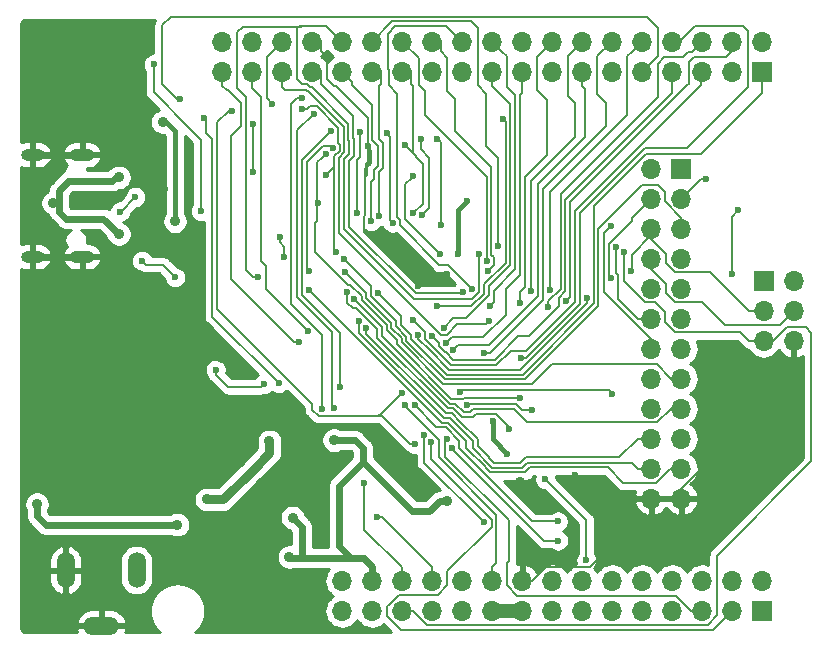
<source format=gbl>
G04 #@! TF.GenerationSoftware,KiCad,Pcbnew,(5.1.4)-1*
G04 #@! TF.CreationDate,2020-03-21T04:08:05+09:00*
G04 #@! TF.ProjectId,Meno,4d656e6f-2e6b-4696-9361-645f70636258,rev?*
G04 #@! TF.SameCoordinates,PX6cf7820PY7a67730*
G04 #@! TF.FileFunction,Copper,L2,Bot*
G04 #@! TF.FilePolarity,Positive*
%FSLAX46Y46*%
G04 Gerber Fmt 4.6, Leading zero omitted, Abs format (unit mm)*
G04 Created by KiCad (PCBNEW (5.1.4)-1) date 2020-03-21 04:08:05*
%MOMM*%
%LPD*%
G04 APERTURE LIST*
%ADD10O,1.700000X1.700000*%
%ADD11R,1.700000X1.700000*%
%ADD12O,2.100000X1.050000*%
%ADD13O,2.000000X1.000000*%
%ADD14O,1.508000X3.016000*%
%ADD15O,3.016000X1.508000*%
%ADD16C,0.600000*%
%ADD17C,0.900000*%
%ADD18C,0.200000*%
%ADD19C,0.600000*%
%ADD20C,1.200000*%
%ADD21C,0.400000*%
%ADD22C,0.800000*%
%ADD23C,0.254000*%
G04 APERTURE END LIST*
D10*
X27899210Y5074717D03*
X27899210Y2534717D03*
X30439210Y5074717D03*
X30439210Y2534717D03*
X32979210Y5074717D03*
X32979210Y2534717D03*
X35519210Y5074717D03*
X35519210Y2534717D03*
X38059210Y5074717D03*
X38059210Y2534717D03*
X40599210Y5074717D03*
X40599210Y2534717D03*
X43139210Y5074717D03*
X43139210Y2534717D03*
X45679210Y5074717D03*
X45679210Y2534717D03*
X48219210Y5074717D03*
X48219210Y2534717D03*
X50759210Y5074717D03*
X50759210Y2534717D03*
X53299210Y5074717D03*
X53299210Y2534717D03*
X55839210Y5074717D03*
X55839210Y2534717D03*
X58379210Y5074717D03*
X58379210Y2534717D03*
X60919210Y5074717D03*
X60919210Y2534717D03*
X63459210Y5074717D03*
D11*
X63459210Y2534717D03*
D10*
X66125312Y25394717D03*
X63585312Y25394717D03*
X66125312Y27934717D03*
X63585312Y27934717D03*
X66125312Y30474717D03*
D11*
X63585312Y30474717D03*
X56600000Y40000000D03*
D10*
X54060000Y40000000D03*
X56600000Y37460000D03*
X54060000Y37460000D03*
X56600000Y34920000D03*
X54060000Y34920000D03*
X56600000Y32380000D03*
X54060000Y32380000D03*
X56600000Y29840000D03*
X54060000Y29840000D03*
X56600000Y27300000D03*
X54060000Y27300000D03*
X56600000Y24760000D03*
X54060000Y24760000D03*
X56600000Y22220000D03*
X54060000Y22220000D03*
X56600000Y19680000D03*
X54060000Y19680000D03*
X56600000Y17140000D03*
X54060000Y17140000D03*
X56600000Y14600000D03*
X54060000Y14600000D03*
X56600000Y12060000D03*
X54060000Y12060000D03*
X17739210Y50754717D03*
X17739210Y48214717D03*
X20279210Y50754717D03*
X20279210Y48214717D03*
X22819210Y50754717D03*
X22819210Y48214717D03*
X25359210Y50754717D03*
X25359210Y48214717D03*
X27899210Y50754717D03*
X27899210Y48214717D03*
X30439210Y50754717D03*
X30439210Y48214717D03*
X32979210Y50754717D03*
X32979210Y48214717D03*
X35519210Y50754717D03*
X35519210Y48214717D03*
X38059210Y50754717D03*
X38059210Y48214717D03*
X40599210Y50754717D03*
X40599210Y48214717D03*
X43139210Y50754717D03*
X43139210Y48214717D03*
X45679210Y50754717D03*
X45679210Y48214717D03*
X48219210Y50754717D03*
X48219210Y48214717D03*
X50759210Y50754717D03*
X50759210Y48214717D03*
X53299210Y50754717D03*
X53299210Y48214717D03*
X55839210Y50754717D03*
X55839210Y48214717D03*
X58379210Y50754717D03*
X58379210Y48214717D03*
X60919210Y50754717D03*
X60919210Y48214717D03*
X63459210Y50754717D03*
D11*
X63459210Y48214717D03*
D12*
X5880000Y32530000D03*
X5880000Y41170000D03*
D13*
X1700000Y32530000D03*
X1700000Y41170000D03*
D14*
X10500000Y6000000D03*
X4500000Y6000000D03*
D15*
X7500000Y1300000D03*
D16*
X61450220Y36461700D03*
X36808800Y31074900D03*
X47599000Y14052100D03*
X34323400Y30082400D03*
X58500000Y9000000D03*
D17*
X60200000Y23800000D03*
D16*
X50075550Y11575550D03*
D17*
X43000000Y13500000D03*
X12697150Y38302850D03*
D16*
X59000000Y18000000D03*
X30063392Y41935278D03*
X21996400Y13708200D03*
D17*
X17690000Y23980000D03*
X28100000Y15650000D03*
X21160000Y4900000D03*
D16*
X41900000Y15850000D03*
X40669700Y18602000D03*
X34075000Y16675000D03*
X32988000Y20983200D03*
X22000000Y45500000D03*
X18585180Y44897040D03*
D17*
X12700000Y43950000D03*
X27200000Y17000000D03*
D16*
X37679200Y32773600D03*
X38449500Y37224800D03*
D17*
X13740000Y35530000D03*
X36790000Y11840000D03*
X23700000Y10450000D03*
X23430000Y7110000D03*
D16*
X51806600Y32928300D03*
X60919360Y31104840D03*
D17*
X8990000Y39250000D03*
X8990000Y34450000D03*
X3430000Y37090000D03*
D16*
X52383200Y31327300D03*
X25850000Y37100000D03*
X26505800Y41231600D03*
X42947500Y20595700D03*
X22606000Y34163000D03*
X22962400Y32486600D03*
X24213600Y25310800D03*
X15951200Y36398200D03*
X46858900Y28822600D03*
X11938000Y48821340D03*
X24976200Y26226000D03*
X45363400Y28299400D03*
X40328000Y27128800D03*
X43084600Y23981500D03*
X38127000Y29583000D03*
X45496400Y29724200D03*
X30339900Y35546300D03*
X39930000Y24410000D03*
X31038100Y35980000D03*
X43895400Y29623800D03*
X33230000Y41950000D03*
X33895600Y36193100D03*
X42932900Y28586700D03*
X27388500Y32974300D03*
X24500000Y45000000D03*
X26568400Y39471600D03*
X24531320Y45943520D03*
X26187000Y19676700D03*
X40390900Y28350000D03*
X36489000Y26539500D03*
X38927400Y29832000D03*
X36704300Y25192000D03*
X40222600Y31350000D03*
X25497700Y44652300D03*
X27225100Y19690400D03*
X40130000Y32175800D03*
X37292600Y24648200D03*
X41135500Y33408800D03*
X26944400Y43212200D03*
X27761400Y21467800D03*
X20750000Y30820000D03*
X39527700Y32766200D03*
X22537400Y21850000D03*
X14147800Y45918120D03*
X16177260Y44244260D03*
X35548200Y25782200D03*
X33916000Y27216900D03*
X41541300Y44216100D03*
X35901800Y28341500D03*
X30945600Y29464000D03*
X29361800Y27085400D03*
X25088100Y29732200D03*
X29927800Y26519400D03*
X42029300Y17980500D03*
X28344000Y29536300D03*
X28944300Y28939500D03*
X28176000Y31243800D03*
X50683700Y35143500D03*
X25078200Y31350000D03*
X27097200Y41772300D03*
X51077700Y33331400D03*
X29455100Y43062700D03*
X29162500Y36220600D03*
X48601700Y29031400D03*
X34347500Y25913000D03*
X28049600Y32350000D03*
X50677400Y30726900D03*
X58699400Y39141400D03*
X32176300Y35419900D03*
X31725000Y43050000D03*
X34569400Y42468800D03*
X34696000Y36058900D03*
X50789300Y20950000D03*
X37849300Y21091600D03*
X38461900Y19973000D03*
X43955100Y19592700D03*
X34031500Y19939700D03*
X46158200Y10115600D03*
X35416600Y16849900D03*
X39924700Y10039300D03*
X34816300Y17445200D03*
X36790200Y17085300D03*
X37194000Y16357200D03*
X46170400Y8502200D03*
X45102900Y13689100D03*
X48582100Y6846000D03*
X33205800Y19984600D03*
X30854400Y10454300D03*
X29784800Y13392400D03*
X10396530Y37596738D03*
X9120000Y36360000D03*
D17*
X21750000Y16900000D03*
X16430000Y11980000D03*
X2070000Y11570000D03*
X13950000Y9850000D03*
D16*
X36149500Y32770400D03*
X33880000Y39400000D03*
X35955000Y42510000D03*
X36247600Y35252100D03*
X17190000Y22980000D03*
X21260000Y21750000D03*
X20360000Y43789600D03*
X20375000Y39674800D03*
X10960000Y32190000D03*
X13770000Y30790000D03*
D18*
X36808800Y31074900D02*
X35816300Y30082400D01*
X35816300Y30082400D02*
X34323400Y30082400D01*
X54060000Y12060000D02*
X52909700Y12060000D01*
X50166200Y11484900D02*
X50075550Y11575550D01*
X52909700Y12060000D02*
X52334600Y11484900D01*
X52334600Y11484900D02*
X50166200Y11484900D01*
X66040000Y24249700D02*
X66040000Y25400000D01*
X66040000Y22336800D02*
X66040000Y24249700D01*
X56600000Y12060000D02*
X56600000Y12896800D01*
X56600000Y12896800D02*
X66040000Y22336800D01*
X26110000Y50850000D02*
X26110000Y49987400D01*
X50166200Y7508600D02*
X50166200Y11484900D01*
X48882900Y6225300D02*
X50166200Y7508600D01*
X45152900Y6225300D02*
X48882900Y6225300D01*
X43140000Y5075000D02*
X44002600Y5075000D01*
X44002600Y5075000D02*
X45152900Y6225300D01*
X50075550Y11575550D02*
X47599000Y14052100D01*
X29739500Y35905900D02*
X29739500Y34666300D01*
X29739500Y34666300D02*
X34323400Y30082400D01*
X29858000Y36024400D02*
X29739500Y35905900D01*
X29858000Y40021100D02*
X29858000Y36024400D01*
X30055400Y44303400D02*
X30055400Y40218500D01*
X30055400Y40218500D02*
X29858000Y40021100D01*
D19*
X1760000Y40980000D02*
X1400000Y41340000D01*
X1760000Y32720000D02*
X1400000Y32360000D01*
X5880000Y41170000D02*
X1700000Y41170000D01*
X5880000Y32530000D02*
X1700000Y32530000D01*
D20*
X43139210Y2535000D02*
X40599210Y2535000D01*
D18*
X26621240Y49476160D02*
X26621240Y47607720D01*
X26110000Y49987400D02*
X26621240Y49476160D01*
X27247700Y46981260D02*
X27377540Y46981260D01*
X26621240Y47607720D02*
X27247700Y46981260D01*
X27377540Y46981260D02*
X30055400Y44303400D01*
D21*
X40669700Y18177736D02*
X40675000Y18172436D01*
X40669700Y18602000D02*
X40669700Y18177736D01*
X40675000Y17075000D02*
X41900000Y15850000D01*
X40675000Y18172436D02*
X40675000Y17075000D01*
D18*
X31233200Y19228400D02*
X32988000Y20983200D01*
X22000000Y45500000D02*
X22000000Y45500000D01*
X31233100Y19228400D02*
X31233200Y19228400D01*
X31110500Y19228400D02*
X31233100Y19228400D01*
X30947600Y19065500D02*
X31110500Y19228400D01*
X17317600Y28137400D02*
X25390600Y20064400D01*
X25390600Y20064400D02*
X25390600Y19588800D01*
X25390600Y19588800D02*
X25913900Y19065500D01*
X31260236Y19065500D02*
X30009500Y19065500D01*
X33650736Y16675000D02*
X31260236Y19065500D01*
X34075000Y16675000D02*
X33650736Y16675000D01*
X25913900Y19065500D02*
X30009500Y19065500D01*
X30009500Y19065500D02*
X30947600Y19065500D01*
X21969211Y49904718D02*
X21964718Y49904718D01*
X22819210Y50754717D02*
X21969211Y49904718D01*
X21964718Y49904718D02*
X21511260Y49451260D01*
X21511260Y45988740D02*
X22000000Y45500000D01*
X21511260Y49451260D02*
X21511260Y45988740D01*
X17317600Y43908944D02*
X17317600Y43898940D01*
X18292996Y44884340D02*
X17317600Y43908944D01*
X18717260Y44884340D02*
X18292996Y44884340D01*
X17317600Y43898940D02*
X17317600Y28137400D01*
D21*
X38449500Y37224800D02*
X37679200Y36454500D01*
X37679200Y36454500D02*
X37679200Y32773600D01*
D19*
X27652300Y7000000D02*
X24500000Y7000000D01*
X30440000Y6277081D02*
X29717081Y7000000D01*
X30440000Y5075000D02*
X30440000Y6277081D01*
X30850800Y13958200D02*
X29654500Y15154500D01*
X27652300Y8037700D02*
X28690000Y7000000D01*
X27652300Y13152300D02*
X27652300Y8037700D01*
X29654500Y15154500D02*
X27652300Y13152300D01*
X29717081Y7000000D02*
X28690000Y7000000D01*
X28690000Y7000000D02*
X27652300Y7000000D01*
X34575000Y10975000D02*
X34300000Y10975000D01*
X33834000Y10975000D02*
X30850800Y13958200D01*
X34300000Y10975000D02*
X33834000Y10975000D01*
D21*
X13740000Y43140000D02*
X13060000Y43820000D01*
X13740000Y35530000D02*
X13740000Y43140000D01*
D19*
X24500000Y7000000D02*
X24500000Y9650000D01*
X24500000Y9650000D02*
X23700000Y10450000D01*
X24500000Y7000000D02*
X24250000Y7000000D01*
X29654500Y16345500D02*
X29654500Y15154500D01*
X27200000Y17000000D02*
X29000000Y17000000D01*
X29000000Y17000000D02*
X29654500Y16345500D01*
X24500000Y7000000D02*
X23540000Y7000000D01*
X23540000Y7000000D02*
X23430000Y7110000D01*
X35288604Y10975000D02*
X34575000Y10975000D01*
X36153604Y11840000D02*
X35288604Y10975000D01*
X36790000Y11840000D02*
X36153604Y11840000D01*
D18*
X62349700Y25400000D02*
X61600100Y26149600D01*
X61600100Y26149600D02*
X56061900Y26149600D01*
X56061900Y26149600D02*
X55210400Y27001100D01*
X55210400Y27001100D02*
X55210400Y27838100D01*
X55210400Y27838100D02*
X54370200Y28678300D01*
X54370200Y28678300D02*
X53556700Y28678300D01*
X53556700Y28678300D02*
X51734000Y30501000D01*
X51734000Y30501000D02*
X51734000Y32855700D01*
X51734000Y32855700D02*
X51806600Y32928300D01*
X63500000Y25400000D02*
X62349700Y25400000D01*
X64075200Y25400000D02*
X63500000Y25400000D01*
X60919360Y35930840D02*
X61450220Y36461700D01*
X60919360Y31104840D02*
X60919360Y35930840D01*
X35053100Y1373800D02*
X33891900Y2535000D01*
X58854800Y1373800D02*
X35053100Y1373800D01*
X59650000Y2169000D02*
X58854800Y1373800D01*
X59650000Y7235100D02*
X59650000Y2169000D01*
X33891900Y2535000D02*
X32980000Y2535000D01*
X63500000Y25400000D02*
X64362700Y25400000D01*
X64362700Y25400000D02*
X65526200Y26563500D01*
X65526200Y26563500D02*
X67165040Y26563500D01*
X67165040Y26563500D02*
X67614800Y26113740D01*
X67614800Y26113740D02*
X67614800Y15199900D01*
X67614800Y15199900D02*
X59650000Y7235100D01*
X4350000Y36010000D02*
X4349999Y36009999D01*
D19*
X3930000Y37090000D02*
X3430000Y37090000D01*
X7690009Y35749991D02*
X8990000Y34450000D01*
X4520009Y35749991D02*
X7690009Y35749991D01*
X3930000Y37090000D02*
X3930000Y36340000D01*
X3930000Y36340000D02*
X4520009Y35749991D01*
X3930000Y38120000D02*
X3930000Y37090000D01*
X4724999Y38914999D02*
X3930000Y38120000D01*
X8384999Y38914999D02*
X4724999Y38914999D01*
X8990000Y39250000D02*
X8720000Y39250000D01*
X8720000Y39250000D02*
X8384999Y38914999D01*
D18*
X54060000Y31468000D02*
X54060000Y32380000D01*
X55330000Y30198000D02*
X54060000Y31468000D01*
X55330000Y29421500D02*
X55330000Y30198000D01*
X64019400Y26782100D02*
X60316300Y26782100D01*
X60316300Y26782100D02*
X58408800Y28689600D01*
X58408800Y28689600D02*
X56061900Y28689600D01*
X56061900Y28689600D02*
X55330000Y29421500D01*
X64967412Y26782100D02*
X66125312Y27940000D01*
X64019400Y26782100D02*
X64967412Y26782100D01*
X52383200Y31327300D02*
X52406900Y31351000D01*
X52406900Y31351000D02*
X52406900Y32691800D01*
X52406900Y32691800D02*
X54060000Y34344900D01*
X54060000Y34920000D02*
X54060000Y34344900D01*
X62349700Y27940000D02*
X63500000Y27940000D01*
X54060000Y34008000D02*
X55330000Y32738000D01*
X54060000Y34920000D02*
X54060000Y34008000D01*
X55330000Y32738000D02*
X55330000Y31961500D01*
X55330000Y31961500D02*
X56061900Y31229600D01*
X59060100Y31229600D02*
X62349700Y27940000D01*
X56061900Y31229600D02*
X59060100Y31229600D01*
X25576900Y34589600D02*
X25576900Y32945000D01*
X25576900Y32945000D02*
X28369400Y30152500D01*
X28369400Y30152500D02*
X28580500Y30152500D01*
X28580500Y30152500D02*
X29544700Y29188300D01*
X29544700Y29188300D02*
X29544700Y28883800D01*
X29544700Y28883800D02*
X31666000Y26762500D01*
X31666000Y26762500D02*
X31666000Y26326700D01*
X31666000Y26326700D02*
X32546300Y25446400D01*
X32546300Y25446400D02*
X32546300Y25104500D01*
X32546300Y25104500D02*
X37159500Y20491300D01*
X37159500Y20491300D02*
X38098000Y20491300D01*
X38098000Y20491300D02*
X38202400Y20595700D01*
X38202400Y20595700D02*
X42947500Y20595700D01*
X22962400Y33382336D02*
X22962400Y32486600D01*
X22606000Y34163000D02*
X22606000Y33738736D01*
X22606000Y33738736D02*
X22962400Y33382336D01*
X26205801Y40931601D02*
X26205801Y40912401D01*
X26505800Y41231600D02*
X26205801Y40931601D01*
X26205801Y40912401D02*
X25806400Y40513000D01*
X25576900Y35355900D02*
X25576900Y34589600D01*
X25806400Y35585400D02*
X25576900Y35355900D01*
X25806400Y40513000D02*
X25806400Y35585400D01*
X24213600Y25310800D02*
X24213600Y25310900D01*
X24213600Y25310900D02*
X23806600Y25310900D01*
X23806600Y25310900D02*
X18490000Y30627500D01*
X18490000Y30627500D02*
X18490000Y42740000D01*
X18490000Y42740000D02*
X19359990Y43609990D01*
X19359990Y43609990D02*
X19359990Y45542090D01*
X18127606Y46624240D02*
X18277840Y46624240D01*
X17739210Y47012636D02*
X18127606Y46624240D01*
X17739210Y48214717D02*
X17739210Y47012636D01*
X19359990Y45542090D02*
X18277840Y46624240D01*
X47200800Y29164500D02*
X46858900Y28822600D01*
X47200800Y37144500D02*
X47200800Y29164500D01*
X57979600Y48848100D02*
X57979600Y47923300D01*
X57229209Y47172909D02*
X57223880Y47167580D01*
X57223880Y47167580D02*
X47200800Y37144500D01*
X61670000Y50754717D02*
X60370253Y49454970D01*
X60370253Y49454970D02*
X57656630Y49454970D01*
X57656630Y49454970D02*
X57229209Y49027549D01*
X57229209Y49027549D02*
X57229209Y47172909D01*
X15951200Y42440860D02*
X15951200Y36398200D01*
X11938000Y48397076D02*
X11930380Y48389456D01*
X11938000Y48821340D02*
X11938000Y48397076D01*
X11930380Y48389456D02*
X11930380Y46456600D01*
X15012670Y43374310D02*
X15017750Y43374310D01*
X11930380Y46456600D02*
X15012670Y43374310D01*
X14952980Y43439080D02*
X15017750Y43374310D01*
X15017750Y43374310D02*
X15951200Y42440860D01*
X21441100Y29761100D02*
X24976200Y26226000D01*
X21441100Y31728900D02*
X21441100Y29761100D01*
X21030000Y32140000D02*
X21441100Y31728900D01*
X20279210Y46789490D02*
X21030000Y46038700D01*
X20279210Y48214717D02*
X20279210Y46789490D01*
X21030000Y46038700D02*
X21030000Y32140000D01*
X45363400Y28742100D02*
X45363400Y28299400D01*
X46400200Y29778900D02*
X45363400Y28742100D01*
X46400200Y37806200D02*
X46400200Y29778900D01*
X54620160Y46026160D02*
X46400200Y37806200D01*
X58379210Y50754717D02*
X57529211Y49904718D01*
X57207218Y49904718D02*
X56740960Y49438460D01*
X57529211Y49904718D02*
X57207218Y49904718D01*
X56740960Y49438460D02*
X55171240Y49438460D01*
X55171240Y49438460D02*
X54620160Y48887380D01*
X54620160Y48887380D02*
X54620160Y46026160D01*
X23570000Y48310000D02*
X23570000Y47930000D01*
X40041800Y26842600D02*
X40328000Y27128800D01*
X25035850Y46535850D02*
X28029100Y43542600D01*
X24964150Y46535850D02*
X25035850Y46535850D01*
X37641000Y26842600D02*
X40041800Y26842600D01*
X24864830Y46635170D02*
X24964150Y46535850D01*
X28029100Y42255500D02*
X28097800Y42186800D01*
X36737700Y25939200D02*
X37641000Y26842500D01*
X23062430Y46635170D02*
X24864830Y46635170D01*
X22819210Y48214717D02*
X22819210Y46878390D01*
X22819210Y46878390D02*
X23062430Y46635170D01*
X28029100Y43542600D02*
X28029100Y42255500D01*
X36240400Y25939200D02*
X36737700Y25939200D01*
X28097800Y42186800D02*
X28097800Y41357800D01*
X28097800Y41357800D02*
X27653800Y40913800D01*
X27653800Y40913800D02*
X27653800Y34525800D01*
X27653800Y34525800D02*
X36240400Y25939200D01*
X37641000Y26842500D02*
X37641000Y26842600D01*
X48001400Y28544500D02*
X43438400Y23981500D01*
X48001400Y36192400D02*
X48001400Y28544500D01*
X53582700Y41773700D02*
X48001400Y36192400D01*
X56590000Y50850000D02*
X57798800Y52058800D01*
X43438400Y23981500D02*
X43084600Y23981500D01*
X57108002Y41773700D02*
X53582700Y41773700D01*
X62232701Y51648199D02*
X61822100Y52058800D01*
X62232701Y46898399D02*
X62232701Y51648199D01*
X57798800Y52058800D02*
X61822100Y52058800D01*
X62232701Y46898399D02*
X57108002Y41773700D01*
X38127000Y29583000D02*
X37976400Y29432400D01*
X37976400Y29432400D02*
X34124300Y29432400D01*
X34124300Y29432400D02*
X28513600Y35043100D01*
X28513600Y35043100D02*
X28513600Y40641400D01*
X28513600Y40641400D02*
X28898400Y41026200D01*
X28898400Y41026200D02*
X28898400Y42518400D01*
X28898400Y42518400D02*
X28829700Y42587100D01*
X28829700Y42587100D02*
X28829700Y44440000D01*
X28829700Y44440000D02*
X26110000Y47159700D01*
X26110000Y48310000D02*
X26110000Y47159700D01*
X45496400Y38008700D02*
X45496400Y29724200D01*
X52449211Y49904718D02*
X52447258Y49904718D01*
X53299210Y50754717D02*
X52449211Y49904718D01*
X52447258Y49904718D02*
X52031900Y49489360D01*
X52031900Y44544200D02*
X51951780Y44464080D01*
X52031900Y49489360D02*
X52031900Y44544200D01*
X51951780Y44464080D02*
X45496400Y38008700D01*
X30339900Y38848900D02*
X30339900Y35546300D01*
X30638090Y39147090D02*
X30339900Y38848900D01*
X30638090Y39866589D02*
X30638090Y39147090D01*
X30458300Y45351400D02*
X30458300Y42388900D01*
X30458300Y42388900D02*
X30964189Y41883011D01*
X30964189Y41883011D02*
X30964189Y40192687D01*
X30964189Y40192687D02*
X30638090Y39866589D01*
X28749209Y47060491D02*
X29361560Y46448140D01*
X28749209Y47364718D02*
X28749209Y47060491D01*
X27899210Y48214717D02*
X28749209Y47364718D01*
X29361560Y46448140D02*
X30458300Y45351400D01*
X40402500Y24410000D02*
X44896100Y28903600D01*
X39930000Y24410000D02*
X40402500Y24410000D01*
X44896100Y38257600D02*
X50240000Y43601500D01*
X44896100Y28903600D02*
X44896100Y38257600D01*
X50759210Y50754717D02*
X49496980Y49492487D01*
X49496980Y46324660D02*
X50240000Y45581640D01*
X49496980Y49492487D02*
X49496980Y46324660D01*
X50240000Y43601500D02*
X50240000Y45581640D01*
X31038100Y39700900D02*
X31038100Y35980000D01*
X31190000Y48310000D02*
X31190000Y47159700D01*
X31190000Y47159700D02*
X31038100Y47007800D01*
X31038100Y47007800D02*
X31038100Y42494900D01*
X31038100Y42494900D02*
X31364199Y42168801D01*
X31364199Y42168801D02*
X31364199Y40026999D01*
X31364199Y40026999D02*
X31038100Y39700900D01*
X43895400Y38973500D02*
X43895400Y29623800D01*
X47619600Y42697700D02*
X43895400Y38973500D01*
X48219210Y50754717D02*
X46984920Y49520427D01*
X46984920Y46141640D02*
X47619600Y45506960D01*
X46984920Y49520427D02*
X46984920Y46141640D01*
X47619600Y45506960D02*
X47619600Y42697700D01*
X33730000Y47159700D02*
X33895600Y46994100D01*
X33730000Y48310000D02*
X33730000Y47159700D01*
X34189999Y41040001D02*
X34189999Y40950001D01*
X33890000Y41340000D02*
X34189999Y41040001D01*
X34189999Y40950001D02*
X34720000Y40420000D01*
X34720000Y37017500D02*
X33895600Y36193100D01*
X34720000Y40420000D02*
X34720000Y37017500D01*
X33890000Y46988500D02*
X33890000Y41340000D01*
X33895600Y46994100D02*
X33890000Y46988500D01*
X33579999Y41650001D02*
X33890000Y41340000D01*
X33529999Y41650001D02*
X33579999Y41650001D01*
X33230000Y41950000D02*
X33529999Y41650001D01*
X42932900Y29510200D02*
X42932900Y28586700D01*
X45240700Y41134400D02*
X43395200Y39288900D01*
X43395200Y39288900D02*
X43395200Y29972500D01*
X43395200Y29972500D02*
X42932900Y29510200D01*
X44366180Y46689260D02*
X45240700Y45814740D01*
X44366180Y49138840D02*
X44366180Y46689260D01*
X45240700Y45814740D02*
X45240700Y41134400D01*
X44366180Y49441687D02*
X45679210Y50754717D01*
X44366180Y49138840D02*
X44366180Y49441687D01*
X27697500Y41523600D02*
X27228800Y41054900D01*
X27228800Y33134000D02*
X27388500Y32974300D01*
X27697500Y42021000D02*
X27697500Y41523600D01*
X27544700Y42173800D02*
X27697500Y42021000D01*
X27544700Y43460900D02*
X27544700Y42173800D01*
X27228800Y41054900D02*
X27228800Y33134000D01*
X25210198Y45252800D02*
X25752800Y45252800D01*
X24957398Y45000000D02*
X25210198Y45252800D01*
X24500000Y45000000D02*
X24957398Y45000000D01*
X25752800Y45252800D02*
X27544700Y43460900D01*
X27228800Y40132000D02*
X26568400Y39471600D01*
X27228800Y41054900D02*
X27228800Y40132000D01*
X26187000Y19676700D02*
X26187000Y25875100D01*
X26187000Y25875100D02*
X23562400Y28499700D01*
X23562400Y45449664D02*
X23562400Y44720600D01*
X24112136Y45999400D02*
X23562400Y45449664D01*
X24536400Y45999400D02*
X24112136Y45999400D01*
X23562400Y28499700D02*
X23562400Y44720600D01*
X40728600Y28687700D02*
X40390900Y28350000D01*
X40728600Y29632900D02*
X40728600Y28687700D01*
X42550600Y31454900D02*
X40728600Y29632900D01*
X41449209Y49904718D02*
X41449209Y49904431D01*
X40599210Y50754717D02*
X41449209Y49904718D01*
X41449209Y49904431D02*
X41843960Y49509680D01*
X41843960Y46901100D02*
X42550600Y46194460D01*
X41843960Y49509680D02*
X41843960Y46901100D01*
X42550600Y46194460D02*
X42550600Y31454900D01*
X42150300Y31843200D02*
X40328300Y30021200D01*
X40328300Y30021200D02*
X40328300Y29251700D01*
X40328300Y29251700D02*
X38385200Y27308600D01*
X38385200Y27308600D02*
X37258100Y27308600D01*
X37258100Y27308600D02*
X36489000Y26539500D01*
X42150300Y45461546D02*
X42150300Y45027580D01*
X40599210Y47012636D02*
X42150300Y45461546D01*
X40599210Y48214717D02*
X40599210Y47012636D01*
X42150300Y45027580D02*
X42150300Y31843200D01*
X36115900Y31863400D02*
X36896000Y31863400D01*
X32776600Y35202700D02*
X36115900Y31863400D01*
X32776600Y35668600D02*
X32776600Y35202700D01*
X32579600Y35865600D02*
X32776600Y35668600D01*
X32579600Y46310840D02*
X32579600Y35865600D01*
X31829209Y48300171D02*
X31829209Y47061231D01*
X38810000Y50850000D02*
X37898000Y50850000D01*
X31829209Y47061231D02*
X32579600Y46310840D01*
X36694900Y52053100D02*
X32383340Y52053100D01*
X32383340Y52053100D02*
X31742380Y51412140D01*
X36896000Y31863400D02*
X38927400Y29832000D01*
X31742380Y51412140D02*
X31742380Y48387000D01*
X37898000Y50850000D02*
X36694900Y52053100D01*
X31742380Y48387000D02*
X31829209Y48300171D01*
X42950900Y46220600D02*
X42950900Y30968500D01*
X42950900Y30968500D02*
X41762300Y29779900D01*
X41762300Y29779900D02*
X41762300Y27596700D01*
X41762300Y27596700D02*
X39868000Y25702400D01*
X39868000Y25702400D02*
X37214700Y25702400D01*
X37214700Y25702400D02*
X36704300Y25192000D01*
X43139210Y46408910D02*
X42950900Y46220600D01*
X43139210Y48214717D02*
X43139210Y46408910D01*
X40735400Y31862800D02*
X40222600Y31350000D01*
X40735400Y32489400D02*
X40735400Y31862800D01*
X40530500Y40102800D02*
X40530500Y32694300D01*
X36270000Y49938000D02*
X36812420Y49395580D01*
X36812420Y49395580D02*
X36812420Y46525380D01*
X40530500Y32694300D02*
X40735400Y32489400D01*
X36812420Y46525380D02*
X37459600Y45878200D01*
X37459600Y45878200D02*
X37459600Y43173700D01*
X36270000Y50850000D02*
X36270000Y49938000D01*
X37459600Y43173700D02*
X40530500Y40102800D01*
X27225100Y19690400D02*
X27013300Y19902200D01*
X27013300Y19902200D02*
X27013200Y19902200D01*
X27013200Y19902200D02*
X27013200Y26143400D01*
X27013200Y26143400D02*
X24068700Y29087900D01*
X24068700Y29087900D02*
X24068700Y43223300D01*
X24068700Y43223300D02*
X25497700Y44652300D01*
X40130000Y39313900D02*
X40130000Y32175800D01*
X34880300Y44563600D02*
X40130000Y39313900D01*
X34369209Y47093171D02*
X34880300Y46582080D01*
X34369209Y49332349D02*
X34369209Y47093171D01*
X34377130Y49340270D02*
X34369209Y49332349D01*
X34880300Y46582080D02*
X34880300Y44563600D01*
X34377130Y49356797D02*
X32979210Y50754717D01*
X34377130Y49340270D02*
X34377130Y49356797D01*
X37702500Y25058100D02*
X37292600Y24648200D01*
X48219210Y47012636D02*
X48497303Y46734543D01*
X48497303Y46734543D02*
X48497303Y42707903D01*
X48219210Y48214717D02*
X48219210Y47012636D01*
X48497303Y42707903D02*
X44495800Y38706400D01*
X40322400Y25058100D02*
X37702500Y25058100D01*
X44495800Y38706400D02*
X44495800Y29231500D01*
X44495800Y29231500D02*
X40322400Y25058100D01*
X32137603Y52453110D02*
X30439210Y50754717D01*
X32137993Y52453500D02*
X32137603Y52453890D01*
X39370580Y51920720D02*
X38837800Y52453500D01*
X39370580Y49850620D02*
X39370580Y51920720D01*
X41135500Y33408800D02*
X41135500Y40870100D01*
X40080000Y41925600D02*
X40080000Y46320640D01*
X41135500Y40870100D02*
X40080000Y41925600D01*
X40080000Y46320640D02*
X39362380Y47038260D01*
X32137603Y52453890D02*
X32137603Y52453110D01*
X39362380Y47038260D02*
X39362380Y49842420D01*
X38837800Y52453500D02*
X32137993Y52453500D01*
X39362380Y49842420D02*
X39370580Y49850620D01*
X24469100Y40736900D02*
X24469100Y29326600D01*
X24469100Y29326600D02*
X27761400Y26034300D01*
X27761400Y26034300D02*
X27761400Y21467800D01*
X26944400Y43212200D02*
X24469100Y40736900D01*
X39527700Y32766200D02*
X39527700Y29583300D01*
X39527700Y29583300D02*
X38913700Y28969300D01*
X38913700Y28969300D02*
X33955700Y28969300D01*
X33955700Y28969300D02*
X28083800Y34841200D01*
X28083800Y34841200D02*
X28083800Y40777700D01*
X28083800Y40777700D02*
X28498100Y41192000D01*
X28498100Y41192000D02*
X28498100Y42352600D01*
X28498100Y42352600D02*
X28429400Y42421300D01*
X28429400Y42421300D02*
X28429400Y43807200D01*
X20629990Y30810200D02*
X20345400Y30810200D01*
X20629990Y30820000D02*
X20629990Y30810200D01*
X20345400Y30810200D02*
X19760000Y31395600D01*
X19039840Y51546760D02*
X19039840Y46814740D01*
X19039840Y46814740D02*
X19760000Y46094580D01*
X19511480Y52018400D02*
X19039840Y51546760D01*
X19760000Y31395600D02*
X19760000Y46094580D01*
X24228320Y52046400D02*
X24200320Y52018400D01*
X26541600Y52046400D02*
X24228320Y52046400D01*
X27738000Y50850000D02*
X26541600Y52046400D01*
X28650000Y50850000D02*
X27738000Y50850000D01*
X24391400Y52018400D02*
X24200320Y52018400D01*
X24200320Y52018400D02*
X19511480Y52018400D01*
X25144779Y46920920D02*
X24918219Y47147480D01*
X25315680Y46920920D02*
X25144779Y46920920D01*
X28429400Y43807200D02*
X25315680Y46920920D01*
X24918219Y47147480D02*
X24475440Y47147480D01*
X24475440Y47147480D02*
X24046180Y47576740D01*
X24046180Y51864260D02*
X24228320Y52046400D01*
X24046180Y47576740D02*
X24046180Y51864260D01*
X22537400Y21850000D02*
X16917200Y27470200D01*
X18852400Y52853900D02*
X53681800Y52853900D01*
X54635640Y49551147D02*
X53299210Y48214717D01*
X54635640Y51900060D02*
X54635640Y49551147D01*
X53681800Y52853900D02*
X54635640Y51900060D01*
X16917200Y42465460D02*
X16917200Y42511180D01*
X16917200Y27470200D02*
X16917200Y42465460D01*
X18852400Y52853900D02*
X13389920Y52853900D01*
X13389920Y52853900D02*
X12664440Y52128420D01*
X12664440Y52128420D02*
X12664440Y47675800D01*
X12664440Y47675800D02*
X12672060Y47668180D01*
X12672060Y47668180D02*
X12672060Y47137320D01*
X12672060Y47137320D02*
X13891260Y45918120D01*
X13891260Y45918120D02*
X14147800Y45918120D01*
X14147800Y45918120D02*
X14147800Y45918120D01*
X16389350Y44032170D02*
X16177260Y44244260D01*
X16389350Y43039030D02*
X16389350Y44032170D01*
X16917200Y42511180D02*
X16389350Y43039030D01*
X35548200Y25782200D02*
X36104000Y25226400D01*
X36104000Y25226400D02*
X36104000Y24943400D01*
X36104000Y24943400D02*
X36623500Y24423900D01*
X36623500Y24423900D02*
X36668100Y24423900D01*
X36668100Y24423900D02*
X36668100Y24423800D01*
X36668100Y24423800D02*
X37286300Y23805600D01*
X37286300Y23805600D02*
X40845700Y23805600D01*
X40845700Y23805600D02*
X42821200Y25781100D01*
X42821200Y25781100D02*
X43721100Y25781100D01*
X46258600Y28318600D02*
X46258600Y29071200D01*
X46258600Y29071200D02*
X46800500Y29613100D01*
X46800500Y29613100D02*
X46800500Y37370200D01*
X43721100Y25781100D02*
X46258600Y28318600D01*
X55839210Y46408910D02*
X55704380Y46274080D01*
X55839210Y48214717D02*
X55839210Y46408910D01*
X46800500Y37370200D02*
X55704380Y46274080D01*
X33916000Y27216900D02*
X34947900Y26185000D01*
X34947900Y26185000D02*
X34947900Y25533600D01*
X34947900Y25533600D02*
X35299600Y25181900D01*
X35299600Y25181900D02*
X35299700Y25181900D01*
X35299700Y25181900D02*
X35703700Y24777900D01*
X35703700Y24777900D02*
X35703700Y24777600D01*
X35703700Y24777600D02*
X37119700Y23361600D01*
X37119700Y23361600D02*
X40967800Y23361600D01*
X40967800Y23361600D02*
X42188000Y24581800D01*
X42188000Y24581800D02*
X43467200Y24581800D01*
X43467200Y24581800D02*
X47601100Y28715700D01*
X47601100Y28715700D02*
X47601100Y36364300D01*
X58280001Y47043201D02*
X57368400Y46131600D01*
X58280001Y47460001D02*
X58280001Y47043201D01*
X59130000Y48310000D02*
X58280001Y47460001D01*
X47601100Y36364300D02*
X57368400Y46131600D01*
X41541300Y44216100D02*
X41750000Y44007400D01*
X41750000Y44007400D02*
X41750000Y32009000D01*
X41750000Y32009000D02*
X39928000Y30187000D01*
X39928000Y30187000D02*
X39928000Y29417500D01*
X39928000Y29417500D02*
X38852000Y28341500D01*
X38852000Y28341500D02*
X35901800Y28341500D01*
X30945600Y29464000D02*
X32915400Y27494200D01*
X32915400Y27494200D02*
X32915400Y26775600D01*
X32915400Y26775600D02*
X33747200Y25943800D01*
X33747200Y25943800D02*
X33747200Y25601900D01*
X33747200Y25601900D02*
X36788300Y22560800D01*
X36788300Y22560800D02*
X43176000Y22560800D01*
X43176000Y22560800D02*
X49202100Y28586900D01*
X49202100Y28586900D02*
X49202100Y36824700D01*
X49202100Y36824700D02*
X53609200Y41231800D01*
X53609200Y41231800D02*
X57131800Y41231800D01*
X57131800Y41231800D02*
X58277083Y41231800D01*
X63459031Y47164538D02*
X63459031Y46413749D01*
X63459210Y47164717D02*
X63459031Y47164538D01*
X63459210Y48214717D02*
X63459210Y47164717D01*
X58277083Y41231800D02*
X63459031Y46413749D01*
X52419400Y15090300D02*
X52909700Y14600000D01*
X43565300Y15090300D02*
X52419400Y15090300D01*
X43151700Y14676700D02*
X43565300Y15090300D01*
X40625000Y14676700D02*
X43151700Y14676700D01*
X37736900Y18171800D02*
X38945100Y16963600D01*
X38945100Y16963600D02*
X38945100Y16356600D01*
X29361800Y27085400D02*
X29327500Y27051100D01*
X29327500Y27051100D02*
X29327500Y26058900D01*
X52909700Y14600000D02*
X54060000Y14600000D01*
X29327500Y26058900D02*
X36496300Y18890100D01*
X38945100Y16356600D02*
X40625000Y14676700D01*
X36997600Y18890100D02*
X37715900Y18171800D01*
X36496300Y18890100D02*
X36997600Y18890100D01*
X37715900Y18171800D02*
X37736900Y18171800D01*
X36330500Y18489800D02*
X25088100Y29732200D01*
X36831800Y18489800D02*
X36330500Y18489800D01*
X38429100Y16892600D02*
X38429000Y16892600D01*
X38429000Y16892600D02*
X36831800Y18489800D01*
X38429100Y16306400D02*
X38429100Y16892600D01*
X55688000Y14600000D02*
X54488200Y13400200D01*
X54488200Y13400200D02*
X51681300Y13400200D01*
X51681300Y13400200D02*
X50391800Y14689700D01*
X56600000Y14600000D02*
X55688000Y14600000D01*
X40045800Y14689700D02*
X38429100Y16306400D01*
X40045800Y14689700D02*
X40045800Y14679200D01*
X40045800Y14679200D02*
X40450000Y14275000D01*
X43420600Y14275000D02*
X43835300Y14689700D01*
X40450000Y14275000D02*
X43420600Y14275000D01*
X50391800Y14689700D02*
X43835300Y14689700D01*
X29927800Y26519400D02*
X29927800Y26024700D01*
X29927800Y26024700D02*
X36662100Y19290400D01*
X36662100Y19290400D02*
X37163400Y19290400D01*
X37163400Y19290400D02*
X37881700Y18572100D01*
X37881700Y18572100D02*
X37914900Y18572100D01*
X37914900Y18572100D02*
X39395600Y17091400D01*
X39395600Y17091400D02*
X39395600Y16533200D01*
X39395600Y16533200D02*
X40358300Y15570500D01*
X51340200Y15570500D02*
X52909700Y17140000D01*
X54060000Y17140000D02*
X52909700Y17140000D01*
X40358300Y15516700D02*
X40798290Y15076710D01*
X40358300Y15570500D02*
X40358300Y15516700D01*
X43479802Y15570500D02*
X43879500Y15570500D01*
X42986012Y15076710D02*
X43479802Y15570500D01*
X40798290Y15076710D02*
X42986012Y15076710D01*
X43879500Y15570500D02*
X51340200Y15570500D01*
X42029300Y17980500D02*
X42029300Y18094600D01*
X42029300Y18094600D02*
X40921500Y19202400D01*
X40921500Y19202400D02*
X39215000Y19202400D01*
X39215000Y19202400D02*
X38985000Y18972400D01*
X38985000Y18972400D02*
X38047500Y18972400D01*
X38047500Y18972400D02*
X37329200Y19690700D01*
X37329200Y19690700D02*
X36827900Y19690700D01*
X36827900Y19690700D02*
X30865400Y25653200D01*
X30865400Y25653200D02*
X30865400Y26430900D01*
X30865400Y26430900D02*
X29112500Y28183800D01*
X29112500Y28183800D02*
X28799900Y28183800D01*
X28799900Y28183800D02*
X28344000Y28639700D01*
X28344000Y28639700D02*
X28344000Y29536300D01*
X28944300Y28918100D02*
X28944300Y28939500D01*
X31265700Y26160800D02*
X31265700Y26596700D01*
X31265800Y25818900D02*
X31265800Y26160800D01*
X36993700Y20091000D02*
X31265800Y25818900D01*
X37495000Y20091000D02*
X36993700Y20091000D01*
X31265800Y26160800D02*
X31265700Y26160800D01*
X38213300Y19372700D02*
X37495000Y20091000D01*
X56600000Y19680000D02*
X55737300Y19680000D01*
X54578600Y18521300D02*
X43517500Y18521300D01*
X43517500Y18521300D02*
X42436100Y19602700D01*
X31265700Y26596700D02*
X28944300Y28918100D01*
X38710600Y19372700D02*
X38213300Y19372700D01*
X42436100Y19602700D02*
X38940600Y19602700D01*
X55737300Y19680000D02*
X54578600Y18521300D01*
X38940600Y19602700D02*
X38710600Y19372700D01*
X29945000Y29474800D02*
X28176000Y31243800D01*
X32066300Y26492500D02*
X32066300Y26928300D01*
X32946600Y25612200D02*
X32066300Y26492500D01*
X32946600Y25270300D02*
X32946600Y25612200D01*
X32066300Y26928300D02*
X29945000Y29049600D01*
X56600000Y22220000D02*
X55737300Y22220000D01*
X54546700Y23410600D02*
X45627200Y23410600D01*
X29945000Y29049600D02*
X29945000Y29474800D01*
X45627200Y23410600D02*
X43962300Y21745700D01*
X55737300Y22220000D02*
X54546700Y23410600D01*
X43962300Y21745700D02*
X36471200Y21745700D01*
X36471200Y21745700D02*
X32946600Y25270300D01*
X50077000Y34536800D02*
X50683700Y35143500D01*
X50077000Y29533800D02*
X50077000Y34536800D01*
X54060000Y24760000D02*
X54060000Y25550800D01*
X54060000Y25550800D02*
X50077000Y29533800D01*
X25078200Y31350000D02*
X24952700Y31475500D01*
X24952700Y31475500D02*
X24952700Y40575900D01*
X24952700Y40575900D02*
X26244200Y41867400D01*
X27002100Y41867400D02*
X27097200Y41772300D01*
X26244200Y41867400D02*
X27002100Y41867400D01*
X52909700Y27300000D02*
X51277700Y28932000D01*
X51277700Y28932000D02*
X51277700Y30975600D01*
X51277700Y30975600D02*
X51077700Y31175600D01*
X51077700Y31175600D02*
X51077700Y33331400D01*
X54060000Y27300000D02*
X52909700Y27300000D01*
X29162500Y36220600D02*
X29162500Y40724200D01*
X29162500Y40724200D02*
X29455100Y41016800D01*
X29455100Y41016800D02*
X29455100Y43062700D01*
X36954000Y22961200D02*
X42984200Y22961200D01*
X35303300Y24612100D02*
X35303400Y24612100D01*
X35303400Y24611800D02*
X36954000Y22961200D01*
X35303400Y24612100D02*
X35303400Y24611800D01*
X34347500Y25913000D02*
X34347500Y25567900D01*
X34347500Y25567900D02*
X35303300Y24612100D01*
X42984200Y22961200D02*
X48601700Y28578700D01*
X48601700Y28578700D02*
X48601700Y29031400D01*
X30345300Y30054300D02*
X28049600Y32350000D01*
X32466600Y27094100D02*
X30345300Y29215400D01*
X30345300Y29215400D02*
X30345300Y30054300D01*
X33346900Y25778000D02*
X32466600Y26658300D01*
X32466600Y26658300D02*
X32466600Y27094100D01*
X49602400Y28362700D02*
X43385700Y22146000D01*
X49602400Y34911300D02*
X49602400Y28362700D01*
X56600000Y35831900D02*
X55210400Y37221500D01*
X43385700Y22146000D02*
X36637000Y22146000D01*
X56600000Y34920000D02*
X56600000Y35831900D01*
X36637000Y22146000D02*
X33346900Y25436100D01*
X55210400Y37221500D02*
X55210400Y38013900D01*
X55210400Y38013900D02*
X54613900Y38610400D01*
X33346900Y25436100D02*
X33346900Y25778000D01*
X54613900Y38610400D02*
X53301500Y38610400D01*
X53301500Y38610400D02*
X49602400Y34911300D01*
X50677400Y30726900D02*
X50477300Y30927000D01*
X50477300Y30927000D02*
X50477300Y33598600D01*
X52439350Y35839350D02*
X52439350Y35560650D01*
X54060000Y37460000D02*
X52439350Y35839350D01*
X50477300Y33598600D02*
X52439350Y35560650D01*
X31964200Y35632000D02*
X32176300Y35419900D01*
X58281400Y39141400D02*
X58699400Y39141400D01*
X56600000Y37460000D02*
X58281400Y39141400D01*
X31964200Y42288300D02*
X31964200Y42203800D01*
X31964200Y42203800D02*
X31964200Y35632000D01*
X31964200Y42203800D02*
X31964200Y42635600D01*
X31964200Y42635600D02*
X31699200Y42900600D01*
X35258800Y36621700D02*
X34696000Y36058900D01*
X35258800Y40788800D02*
X35258800Y40433200D01*
X35258800Y40433200D02*
X35258800Y36621700D01*
X35258800Y40923336D02*
X35258800Y40433200D01*
X34569400Y42468800D02*
X34569400Y41612736D01*
X34569400Y41612736D02*
X35258800Y40923336D01*
X37849300Y21091600D02*
X37999500Y21241800D01*
X37999500Y21241800D02*
X50497500Y21241800D01*
X50497500Y21241800D02*
X50789300Y20950000D01*
X43955100Y19592700D02*
X43101600Y19592700D01*
X43101600Y19592700D02*
X42663800Y20030500D01*
X42663800Y20030500D02*
X38519400Y20030500D01*
X38519400Y20030500D02*
X38461900Y19973000D01*
X36656700Y18089500D02*
X35881700Y18089500D01*
X44224300Y10115600D02*
X43980500Y10115600D01*
X35881700Y18089500D02*
X34031500Y19939700D01*
X37794400Y16301700D02*
X37794400Y16951800D01*
X43980500Y10115600D02*
X37794400Y16301700D01*
X37794400Y16951800D02*
X36656700Y18089500D01*
X46158200Y10115600D02*
X44224300Y10115600D01*
X59317600Y932600D02*
X60920000Y2535000D01*
X32914400Y932600D02*
X59317600Y932600D01*
X31706820Y2140180D02*
X32914400Y932600D01*
X31706820Y2946400D02*
X31706820Y2140180D01*
X32681900Y3924600D02*
X31829600Y3072300D01*
X36039900Y3924600D02*
X32681900Y3924600D01*
X31829600Y3069180D02*
X31706820Y2946400D01*
X35416600Y15413700D02*
X40550000Y10280300D01*
X35416600Y16849900D02*
X35416600Y15413700D01*
X31829600Y3072300D02*
X31829600Y3069180D01*
X40550000Y10280300D02*
X40550000Y9665500D01*
X40550000Y9665500D02*
X36820880Y5936380D01*
X36820880Y5936380D02*
X36820880Y4705580D01*
X36820880Y4705580D02*
X36039900Y3924600D01*
X39924700Y10039300D02*
X34865800Y15098200D01*
X34865800Y15098200D02*
X34865800Y16551800D01*
X34865800Y16551800D02*
X34816300Y16601300D01*
X34816300Y16601300D02*
X34816300Y17445200D01*
X36593700Y16888800D02*
X36790200Y17085300D01*
X36593700Y15611800D02*
X36593700Y16888800D01*
X41989700Y10215800D02*
X36593700Y15611800D01*
X41989700Y6734500D02*
X41989700Y10215800D01*
X58380000Y2535000D02*
X57468000Y2535000D01*
X57468000Y2535000D02*
X56198000Y3805000D01*
X42741300Y3805000D02*
X41845630Y4700670D01*
X56198000Y3805000D02*
X42741300Y3805000D01*
X41845630Y4700670D02*
X41845630Y6590430D01*
X41845630Y6590430D02*
X41989700Y6734500D01*
X37194000Y16357200D02*
X37194000Y16280300D01*
X37194000Y16280300D02*
X44972100Y8502200D01*
X46170400Y8502200D02*
X44972100Y8502200D01*
X48582100Y6846000D02*
X48582100Y10209900D01*
X48582100Y10209900D02*
X45102900Y13689100D01*
X33205800Y19984600D02*
X33205800Y19916500D01*
X33205800Y19916500D02*
X36094000Y17028300D01*
X36094000Y17028300D02*
X36094000Y15545300D01*
X36094000Y15545300D02*
X40955000Y10684300D01*
X40955000Y10684300D02*
X40955000Y6580300D01*
X40955000Y6580300D02*
X40600000Y6225300D01*
X40600000Y5075000D02*
X40600000Y6225300D01*
X35520000Y6225300D02*
X31291000Y10454300D01*
X31291000Y10454300D02*
X30854400Y10454300D01*
X35520000Y5075000D02*
X35520000Y6225300D01*
X32980000Y6225300D02*
X29784800Y9420500D01*
X29784800Y9420500D02*
X29784800Y13392400D01*
X32980000Y5075000D02*
X32980000Y6225300D01*
X10396530Y37596738D02*
X9139792Y36340000D01*
D22*
X17822000Y11980000D02*
X16430000Y11980000D01*
X20320000Y14478000D02*
X17822000Y11980000D01*
X20328000Y14478000D02*
X20320000Y14478000D01*
X21750000Y16900000D02*
X21750000Y15900000D01*
X21750000Y15900000D02*
X20328000Y14478000D01*
D19*
X2070000Y11570000D02*
X2070000Y10570000D01*
X2790000Y9850000D02*
X2070000Y10570000D01*
X13950000Y9850000D02*
X2790000Y9850000D01*
D18*
X36149500Y32770400D02*
X33231200Y35688700D01*
X33231200Y38278800D02*
X33231200Y38661200D01*
X33231200Y35688700D02*
X33231200Y38278800D01*
X33790000Y39220000D02*
X33910000Y39340000D01*
X33231200Y38661200D02*
X33790000Y39220000D01*
X36254999Y42210001D02*
X36254999Y38204999D01*
X35955000Y42510000D02*
X36254999Y42210001D01*
X36247600Y38197600D02*
X36247600Y35252100D01*
X36254999Y38204999D02*
X36247600Y38197600D01*
X17190000Y22555736D02*
X18235736Y21510000D01*
X17190000Y22980000D02*
X17190000Y22555736D01*
X18235736Y21510000D02*
X21020000Y21510000D01*
X21020000Y21510000D02*
X21260000Y21750000D01*
X20360000Y43789600D02*
X20360000Y39689800D01*
X20360000Y39689800D02*
X20375000Y39674800D01*
X12700000Y31860000D02*
X13770000Y30790000D01*
X11290000Y31860000D02*
X10960000Y32190000D01*
X11490000Y31860000D02*
X11290000Y31860000D01*
X11490000Y31860000D02*
X12700000Y31860000D01*
D23*
G36*
X12050353Y52538739D02*
G01*
X11982103Y52411052D01*
X11955222Y52322438D01*
X11940075Y52272505D01*
X11925884Y52128420D01*
X11929440Y52092315D01*
X11929441Y49756340D01*
X11845911Y49756340D01*
X11665271Y49720408D01*
X11495111Y49649926D01*
X11341972Y49547602D01*
X11211738Y49417368D01*
X11109414Y49264229D01*
X11038932Y49094069D01*
X11003000Y48913429D01*
X11003000Y48729251D01*
X11038932Y48548611D01*
X11109414Y48378451D01*
X11195380Y48249793D01*
X11195381Y46492715D01*
X11191824Y46456600D01*
X11206015Y46312515D01*
X11242923Y46190849D01*
X11248044Y46173967D01*
X11316294Y46046280D01*
X11408143Y45934362D01*
X11436188Y45911346D01*
X12362808Y44984726D01*
X12186060Y44911515D01*
X12008353Y44792775D01*
X11857225Y44641647D01*
X11738485Y44463940D01*
X11656696Y44266483D01*
X11615000Y44056863D01*
X11615000Y43843137D01*
X11656696Y43633517D01*
X11738485Y43436060D01*
X11857225Y43258353D01*
X12008353Y43107225D01*
X12186060Y42988485D01*
X12383517Y42906696D01*
X12593137Y42865000D01*
X12806863Y42865000D01*
X12829608Y42869524D01*
X12905001Y42794131D01*
X12905000Y36229422D01*
X12897225Y36221647D01*
X12778485Y36043940D01*
X12696696Y35846483D01*
X12655000Y35636863D01*
X12655000Y35423137D01*
X12696696Y35213517D01*
X12778485Y35016060D01*
X12897225Y34838353D01*
X13048353Y34687225D01*
X13226060Y34568485D01*
X13423517Y34486696D01*
X13633137Y34445000D01*
X13846863Y34445000D01*
X14056483Y34486696D01*
X14253940Y34568485D01*
X14431647Y34687225D01*
X14582775Y34838353D01*
X14701515Y35016060D01*
X14783304Y35213517D01*
X14825000Y35423137D01*
X14825000Y35636863D01*
X14783304Y35846483D01*
X14701515Y36043940D01*
X14582775Y36221647D01*
X14575000Y36229422D01*
X14575000Y42777614D01*
X15216200Y42136413D01*
X15216201Y36981152D01*
X15122614Y36841089D01*
X15052132Y36670929D01*
X15016200Y36490289D01*
X15016200Y36306111D01*
X15052132Y36125471D01*
X15122614Y35955311D01*
X15224938Y35802172D01*
X15355172Y35671938D01*
X15508311Y35569614D01*
X15678471Y35499132D01*
X15859111Y35463200D01*
X16043289Y35463200D01*
X16182201Y35490832D01*
X16182200Y27506305D01*
X16178644Y27470200D01*
X16192835Y27326115D01*
X16200134Y27302055D01*
X16234863Y27187568D01*
X16303113Y27059881D01*
X16394962Y26947963D01*
X16423008Y26924946D01*
X20788491Y22559463D01*
X20663972Y22476262D01*
X20533738Y22346028D01*
X20466233Y22245000D01*
X18540183Y22245000D01*
X18085800Y22699382D01*
X18089068Y22707271D01*
X18125000Y22887911D01*
X18125000Y23072089D01*
X18089068Y23252729D01*
X18018586Y23422889D01*
X17916262Y23576028D01*
X17786028Y23706262D01*
X17632889Y23808586D01*
X17462729Y23879068D01*
X17282089Y23915000D01*
X17097911Y23915000D01*
X16917271Y23879068D01*
X16747111Y23808586D01*
X16593972Y23706262D01*
X16463738Y23576028D01*
X16361414Y23422889D01*
X16290932Y23252729D01*
X16255000Y23072089D01*
X16255000Y22887911D01*
X16290932Y22707271D01*
X16361414Y22537111D01*
X16463738Y22383972D01*
X16478513Y22369197D01*
X16507663Y22273103D01*
X16575913Y22145416D01*
X16667763Y22033498D01*
X16695808Y22010482D01*
X17690482Y21015807D01*
X17713498Y20987762D01*
X17825416Y20895913D01*
X17953103Y20827663D01*
X18039068Y20801586D01*
X18091650Y20785635D01*
X18235735Y20771444D01*
X18271840Y20775000D01*
X20983895Y20775000D01*
X21020000Y20771444D01*
X21056105Y20775000D01*
X21164085Y20785635D01*
X21260889Y20815000D01*
X21352089Y20815000D01*
X21532729Y20850932D01*
X21702889Y20921414D01*
X21856028Y21023738D01*
X21950158Y21117868D01*
X22094511Y21021414D01*
X22264671Y20950932D01*
X22445311Y20915000D01*
X22629489Y20915000D01*
X22810129Y20950932D01*
X22980289Y21021414D01*
X23133428Y21123738D01*
X23212622Y21202932D01*
X24655600Y19759953D01*
X24655600Y19624905D01*
X24652044Y19588800D01*
X24655600Y19552696D01*
X24655600Y19552695D01*
X24666235Y19444715D01*
X24708263Y19306167D01*
X24776513Y19178480D01*
X24868363Y19066562D01*
X24896408Y19043546D01*
X25368646Y18571308D01*
X25391662Y18543262D01*
X25503580Y18451413D01*
X25631267Y18383163D01*
X25754717Y18345715D01*
X25769815Y18341135D01*
X25913900Y18326944D01*
X25950005Y18330500D01*
X30911495Y18330500D01*
X30947600Y18326944D01*
X30958293Y18327997D01*
X33105482Y16180807D01*
X33128498Y16152762D01*
X33218411Y16078972D01*
X33240416Y16060913D01*
X33368102Y15992663D01*
X33464197Y15963513D01*
X33478972Y15948738D01*
X33632111Y15846414D01*
X33802271Y15775932D01*
X33982911Y15740000D01*
X34130800Y15740000D01*
X34130800Y15134305D01*
X34127244Y15098200D01*
X34141435Y14954115D01*
X34152613Y14917267D01*
X34183463Y14815568D01*
X34251713Y14687881D01*
X34343562Y14575963D01*
X34371608Y14552946D01*
X36145798Y12778755D01*
X35970312Y12761472D01*
X35866432Y12729959D01*
X35794064Y12708007D01*
X35631632Y12621186D01*
X35489260Y12504344D01*
X35459974Y12468659D01*
X34901315Y11910000D01*
X34221289Y11910000D01*
X30589500Y15541789D01*
X30589500Y16299565D01*
X30594024Y16345500D01*
X30575972Y16528792D01*
X30542469Y16639233D01*
X30522507Y16705040D01*
X30435686Y16867472D01*
X30318844Y17009844D01*
X30283160Y17039129D01*
X29693630Y17628659D01*
X29664344Y17664344D01*
X29521972Y17781186D01*
X29359540Y17868007D01*
X29183292Y17921471D01*
X29045932Y17935000D01*
X29000000Y17939524D01*
X28954068Y17935000D01*
X27753623Y17935000D01*
X27713940Y17961515D01*
X27516483Y18043304D01*
X27306863Y18085000D01*
X27093137Y18085000D01*
X26883517Y18043304D01*
X26686060Y17961515D01*
X26508353Y17842775D01*
X26357225Y17691647D01*
X26238485Y17513940D01*
X26156696Y17316483D01*
X26115000Y17106863D01*
X26115000Y16893137D01*
X26156696Y16683517D01*
X26238485Y16486060D01*
X26357225Y16308353D01*
X26508353Y16157225D01*
X26686060Y16038485D01*
X26883517Y15956696D01*
X27093137Y15915000D01*
X27306863Y15915000D01*
X27516483Y15956696D01*
X27713940Y16038485D01*
X27753623Y16065000D01*
X28612711Y16065000D01*
X28719500Y15958211D01*
X28719501Y15541791D01*
X27023641Y13845930D01*
X26987956Y13816644D01*
X26871114Y13674271D01*
X26784293Y13511839D01*
X26752329Y13406467D01*
X26730829Y13335591D01*
X26712776Y13152300D01*
X26717300Y13106368D01*
X26717301Y8083642D01*
X26712776Y8037700D01*
X26722891Y7935000D01*
X25435000Y7935000D01*
X25435000Y9604068D01*
X25439524Y9650000D01*
X25421471Y9833292D01*
X25417708Y9845697D01*
X25368007Y10009540D01*
X25281186Y10171972D01*
X25164344Y10314344D01*
X25128659Y10343630D01*
X24752615Y10719674D01*
X24743304Y10766483D01*
X24661515Y10963940D01*
X24542775Y11141647D01*
X24391647Y11292775D01*
X24213940Y11411515D01*
X24016483Y11493304D01*
X23806863Y11535000D01*
X23593137Y11535000D01*
X23383517Y11493304D01*
X23186060Y11411515D01*
X23008353Y11292775D01*
X22857225Y11141647D01*
X22738485Y10963940D01*
X22656696Y10766483D01*
X22615000Y10556863D01*
X22615000Y10343137D01*
X22656696Y10133517D01*
X22738485Y9936060D01*
X22857225Y9758353D01*
X23008353Y9607225D01*
X23186060Y9488485D01*
X23383517Y9406696D01*
X23430326Y9397385D01*
X23565001Y9262710D01*
X23565000Y8189403D01*
X23536863Y8195000D01*
X23323137Y8195000D01*
X23113517Y8153304D01*
X22916060Y8071515D01*
X22738353Y7952775D01*
X22587225Y7801647D01*
X22468485Y7623940D01*
X22386696Y7426483D01*
X22345000Y7216863D01*
X22345000Y7003137D01*
X22386696Y6793517D01*
X22468485Y6596060D01*
X22587225Y6418353D01*
X22738353Y6267225D01*
X22916060Y6148485D01*
X23113517Y6066696D01*
X23323137Y6025000D01*
X23536863Y6025000D01*
X23737957Y6065000D01*
X24454068Y6065000D01*
X24500000Y6060476D01*
X24545932Y6065000D01*
X26790854Y6065000D01*
X26658504Y5903731D01*
X26520611Y5645751D01*
X26435697Y5365828D01*
X26407025Y5074717D01*
X26435697Y4783606D01*
X26520611Y4503683D01*
X26658504Y4245703D01*
X26844076Y4019583D01*
X27070196Y3834011D01*
X27125001Y3804717D01*
X27070196Y3775423D01*
X26844076Y3589851D01*
X26658504Y3363731D01*
X26520611Y3105751D01*
X26435697Y2825828D01*
X26407025Y2534717D01*
X26435697Y2243606D01*
X26520611Y1963683D01*
X26658504Y1705703D01*
X26844076Y1479583D01*
X27070196Y1294011D01*
X27328176Y1156118D01*
X27608099Y1071204D01*
X27826260Y1049717D01*
X27972160Y1049717D01*
X28190321Y1071204D01*
X28470244Y1156118D01*
X28728224Y1294011D01*
X28954344Y1479583D01*
X29139916Y1705703D01*
X29169210Y1760508D01*
X29198504Y1705703D01*
X29384076Y1479583D01*
X29610196Y1294011D01*
X29868176Y1156118D01*
X30148099Y1071204D01*
X30366260Y1049717D01*
X30512160Y1049717D01*
X30730321Y1071204D01*
X31010244Y1156118D01*
X31268224Y1294011D01*
X31402964Y1404590D01*
X32077836Y729717D01*
X15464478Y729717D01*
X15474932Y738804D01*
X15493033Y753462D01*
X15502187Y762497D01*
X15509434Y768797D01*
X15519647Y776598D01*
X15536684Y792484D01*
X15554242Y807748D01*
X15563057Y817078D01*
X15570100Y823645D01*
X15580040Y831803D01*
X15596495Y848259D01*
X15613510Y864125D01*
X15622008Y873773D01*
X15628811Y880575D01*
X15638449Y889065D01*
X15654333Y906099D01*
X15670789Y922555D01*
X15678933Y932479D01*
X15685493Y939514D01*
X15694833Y948338D01*
X15710107Y965908D01*
X15725977Y982927D01*
X15733773Y993133D01*
X15740093Y1000403D01*
X15749113Y1009542D01*
X15763755Y1027623D01*
X15779032Y1045197D01*
X15786471Y1055674D01*
X15792528Y1063154D01*
X15801230Y1072609D01*
X15815231Y1091189D01*
X15829881Y1109280D01*
X15836954Y1120017D01*
X15842744Y1127700D01*
X15851106Y1137448D01*
X15864455Y1156512D01*
X15878467Y1175107D01*
X15885156Y1186076D01*
X15890669Y1193950D01*
X15898692Y1203991D01*
X15911374Y1223519D01*
X15924719Y1242578D01*
X15931019Y1253770D01*
X15936263Y1261846D01*
X15943929Y1272158D01*
X15955916Y1292108D01*
X15968592Y1311627D01*
X15974500Y1323036D01*
X15979456Y1331285D01*
X15986754Y1341854D01*
X15998038Y1362211D01*
X16010029Y1382167D01*
X16015534Y1393774D01*
X16020203Y1402197D01*
X16027131Y1413020D01*
X16037691Y1433745D01*
X16048976Y1454104D01*
X16054077Y1465905D01*
X16058442Y1474473D01*
X16064985Y1485525D01*
X16074825Y1506627D01*
X16085395Y1527372D01*
X16090076Y1539332D01*
X16094140Y1548047D01*
X16100294Y1559323D01*
X16109388Y1580747D01*
X16119224Y1601840D01*
X16123486Y1613959D01*
X16127251Y1622829D01*
X16133009Y1634315D01*
X16141344Y1656030D01*
X16150441Y1677460D01*
X16154281Y1689733D01*
X16157725Y1698704D01*
X16163076Y1710378D01*
X16170659Y1732400D01*
X16179001Y1754132D01*
X16182404Y1766508D01*
X16185538Y1775608D01*
X16190486Y1787482D01*
X16197290Y1809738D01*
X16204861Y1831725D01*
X16207834Y1844230D01*
X16210652Y1853446D01*
X16215172Y1865455D01*
X16221196Y1887936D01*
X16228007Y1910215D01*
X16230540Y1922807D01*
X16233027Y1932088D01*
X16237130Y1944262D01*
X16242365Y1966938D01*
X16248390Y1989421D01*
X16250483Y2002098D01*
X16252648Y2011477D01*
X16256326Y2023793D01*
X16260766Y2046637D01*
X16266002Y2069314D01*
X16267652Y2082061D01*
X16269488Y2091508D01*
X16272731Y2103935D01*
X16276371Y2126920D01*
X16280814Y2149775D01*
X16282018Y2162569D01*
X16283523Y2172072D01*
X16286332Y2184614D01*
X16289168Y2207716D01*
X16292808Y2230695D01*
X16293564Y2243519D01*
X16294738Y2253081D01*
X16297106Y2265702D01*
X16299134Y2288881D01*
X16301972Y2311997D01*
X16302280Y2324846D01*
X16303118Y2334418D01*
X16305044Y2347118D01*
X16306263Y2370367D01*
X16308291Y2393552D01*
X16308151Y2406392D01*
X16308655Y2416011D01*
X16310138Y2428779D01*
X16310544Y2452039D01*
X16311762Y2475282D01*
X16311173Y2488128D01*
X16311340Y2497689D01*
X16312374Y2510451D01*
X16311970Y2533795D01*
X16312376Y2557100D01*
X16311345Y2569843D01*
X16311188Y2578911D01*
X16311777Y2591650D01*
X16310563Y2614994D01*
X16310158Y2638358D01*
X16308689Y2651022D01*
X16308220Y2660039D01*
X16308367Y2672798D01*
X16306345Y2696074D01*
X16305132Y2719403D01*
X16303224Y2732019D01*
X16302443Y2741008D01*
X16302148Y2753764D01*
X16299319Y2776971D01*
X16297298Y2800245D01*
X16294955Y2812780D01*
X16293864Y2821733D01*
X16293128Y2834456D01*
X16289498Y2857548D01*
X16286670Y2880751D01*
X16283895Y2893191D01*
X16282495Y2902101D01*
X16281318Y2914801D01*
X16276892Y2937743D01*
X16273263Y2960831D01*
X16270056Y2973178D01*
X16268348Y2982032D01*
X16266732Y2994686D01*
X16261512Y3017471D01*
X16257086Y3040413D01*
X16253455Y3052636D01*
X16251438Y3061441D01*
X16249384Y3074032D01*
X16243380Y3096610D01*
X16238163Y3119383D01*
X16234108Y3131483D01*
X16231791Y3140197D01*
X16229302Y3152708D01*
X16222513Y3175086D01*
X16216510Y3197664D01*
X16212043Y3209602D01*
X16209424Y3218235D01*
X16206506Y3230642D01*
X16198952Y3252755D01*
X16192166Y3275126D01*
X16187287Y3286906D01*
X16184374Y3295433D01*
X16181024Y3307745D01*
X16172705Y3329592D01*
X16165153Y3351701D01*
X16159868Y3363305D01*
X16156655Y3371744D01*
X16152883Y3383925D01*
X16143818Y3405456D01*
X16135501Y3427300D01*
X16129815Y3438720D01*
X16126313Y3447038D01*
X16122119Y3459086D01*
X16112313Y3480293D01*
X16103246Y3501829D01*
X16097168Y3513045D01*
X16093379Y3521238D01*
X16088775Y3533122D01*
X16078241Y3553974D01*
X16068426Y3575200D01*
X16061963Y3586198D01*
X16057902Y3594236D01*
X16052884Y3605966D01*
X16041627Y3626454D01*
X16031093Y3647306D01*
X16024256Y3658069D01*
X16019915Y3665969D01*
X16014493Y3677519D01*
X16002528Y3697613D01*
X15991280Y3718084D01*
X15984078Y3728598D01*
X15979458Y3736357D01*
X15973642Y3747706D01*
X15960999Y3767355D01*
X15949043Y3787435D01*
X15941473Y3797703D01*
X15936590Y3805294D01*
X15930388Y3816428D01*
X15917075Y3835625D01*
X15904422Y3855290D01*
X15896503Y3865287D01*
X15891367Y3872693D01*
X15884776Y3883618D01*
X15870802Y3902346D01*
X15857484Y3921550D01*
X15849220Y3931272D01*
X15843828Y3938498D01*
X15836861Y3949190D01*
X15822238Y3967434D01*
X15808273Y3986150D01*
X15799684Y3995571D01*
X15794037Y4002617D01*
X15786709Y4013054D01*
X15771468Y4030774D01*
X15756852Y4049009D01*
X15747939Y4058130D01*
X15742055Y4064972D01*
X15734376Y4075140D01*
X15718537Y4092315D01*
X15703289Y4110043D01*
X15694067Y4118848D01*
X15687946Y4125486D01*
X15679911Y4135392D01*
X15663499Y4151995D01*
X15647649Y4169181D01*
X15638113Y4177674D01*
X15631776Y4184085D01*
X15623413Y4193696D01*
X15606417Y4209739D01*
X15589975Y4226371D01*
X15580169Y4234514D01*
X15573616Y4240699D01*
X15564912Y4250028D01*
X15547374Y4265468D01*
X15530382Y4281507D01*
X15520291Y4289312D01*
X15513516Y4295277D01*
X15504501Y4304292D01*
X15486442Y4319113D01*
X15468894Y4334562D01*
X15458538Y4342013D01*
X15451566Y4347735D01*
X15442237Y4356439D01*
X15423673Y4370627D01*
X15405612Y4385449D01*
X15395001Y4392539D01*
X15387835Y4398016D01*
X15378216Y4406386D01*
X15359163Y4419929D01*
X15340595Y4434119D01*
X15329756Y4440830D01*
X15322406Y4446054D01*
X15312496Y4454092D01*
X15292980Y4466970D01*
X15273944Y4480500D01*
X15262881Y4486831D01*
X15255340Y4491806D01*
X15245168Y4499488D01*
X15225234Y4511672D01*
X15205719Y4524549D01*
X15194435Y4530497D01*
X15186745Y4535197D01*
X15176314Y4542521D01*
X15155965Y4554010D01*
X15136015Y4566204D01*
X15124538Y4571754D01*
X15116677Y4576192D01*
X15105984Y4583160D01*
X15085263Y4593929D01*
X15064915Y4605418D01*
X15053233Y4610576D01*
X15045233Y4614734D01*
X15034320Y4621318D01*
X15013214Y4631375D01*
X14992471Y4642156D01*
X14980642Y4646896D01*
X14972502Y4650775D01*
X14961362Y4656980D01*
X14939937Y4666292D01*
X14918833Y4676349D01*
X14906831Y4680683D01*
X14898568Y4684274D01*
X14887209Y4690095D01*
X14865454Y4698668D01*
X14844039Y4707976D01*
X14831907Y4711887D01*
X14823499Y4715200D01*
X14811956Y4720619D01*
X14789935Y4728426D01*
X14768188Y4736996D01*
X14755918Y4740487D01*
X14747420Y4743500D01*
X14735700Y4748514D01*
X14713413Y4755557D01*
X14691382Y4763368D01*
X14679008Y4766430D01*
X14670403Y4769149D01*
X14658510Y4773756D01*
X14636005Y4780019D01*
X14613718Y4787062D01*
X14601234Y4789696D01*
X14592543Y4792114D01*
X14580506Y4796304D01*
X14557794Y4801785D01*
X14535266Y4808054D01*
X14522703Y4810252D01*
X14513930Y4812369D01*
X14501747Y4816142D01*
X14478866Y4820831D01*
X14456147Y4826313D01*
X14443508Y4828076D01*
X14434675Y4829886D01*
X14422371Y4833234D01*
X14399320Y4837131D01*
X14376423Y4841823D01*
X14363743Y4843146D01*
X14354854Y4844648D01*
X14342437Y4847569D01*
X14319270Y4850664D01*
X14296233Y4854559D01*
X14283510Y4855442D01*
X14274564Y4856638D01*
X14262053Y4859126D01*
X14238797Y4861416D01*
X14215635Y4864511D01*
X14202886Y4864953D01*
X14193908Y4865837D01*
X14181323Y4867890D01*
X14157998Y4869374D01*
X14134742Y4871664D01*
X14121992Y4871664D01*
X14112988Y4872237D01*
X14100343Y4873852D01*
X14076983Y4874527D01*
X14053653Y4876011D01*
X14040912Y4875569D01*
X14031893Y4875830D01*
X14019190Y4877007D01*
X13995828Y4876872D01*
X13972470Y4877547D01*
X13959742Y4876664D01*
X13950710Y4876611D01*
X13937985Y4877347D01*
X13914648Y4876403D01*
X13891265Y4876268D01*
X13878575Y4874944D01*
X13869564Y4874580D01*
X13856821Y4874874D01*
X13833529Y4873122D01*
X13810163Y4872177D01*
X13797526Y4870414D01*
X13788541Y4869738D01*
X13775789Y4869591D01*
X13752558Y4867032D01*
X13729254Y4865279D01*
X13716693Y4863081D01*
X13707738Y4862094D01*
X13694989Y4861505D01*
X13671844Y4858140D01*
X13648632Y4855583D01*
X13636163Y4852953D01*
X13627226Y4851653D01*
X13614509Y4850623D01*
X13591510Y4846461D01*
X13568392Y4843100D01*
X13556011Y4840037D01*
X13547119Y4838428D01*
X13534461Y4836959D01*
X13511638Y4832007D01*
X13488624Y4827842D01*
X13476353Y4824350D01*
X13467554Y4822441D01*
X13454941Y4820533D01*
X13432283Y4814788D01*
X13409443Y4809832D01*
X13397305Y4805919D01*
X13388570Y4803704D01*
X13376024Y4801359D01*
X13353571Y4794830D01*
X13330937Y4789091D01*
X13318945Y4784761D01*
X13310264Y4782237D01*
X13297819Y4779461D01*
X13275626Y4772165D01*
X13253184Y4765639D01*
X13241344Y4760894D01*
X13232774Y4758077D01*
X13220438Y4754873D01*
X13198504Y4746810D01*
X13176290Y4739507D01*
X13164625Y4734356D01*
X13156171Y4731249D01*
X13143936Y4727614D01*
X13122288Y4718793D01*
X13100367Y4710735D01*
X13088888Y4705184D01*
X13080525Y4701776D01*
X13068438Y4697725D01*
X13047117Y4688164D01*
X13025465Y4679341D01*
X13014182Y4673394D01*
X13005952Y4669703D01*
X12994012Y4665235D01*
X12973045Y4654945D01*
X12951711Y4645378D01*
X12940635Y4639040D01*
X12932547Y4635071D01*
X12920761Y4630189D01*
X12900142Y4619168D01*
X12879168Y4608875D01*
X12868329Y4602164D01*
X12860367Y4597908D01*
X12848758Y4592621D01*
X12828548Y4580901D01*
X12807939Y4569885D01*
X12797329Y4562796D01*
X12789527Y4558271D01*
X12778108Y4552585D01*
X12758306Y4540165D01*
X12738093Y4528443D01*
X12727742Y4520995D01*
X12720105Y4516206D01*
X12708891Y4510128D01*
X12689523Y4497024D01*
X12669733Y4484612D01*
X12659651Y4476814D01*
X12652175Y4471756D01*
X12641184Y4465297D01*
X12622296Y4451541D01*
X12602935Y4438442D01*
X12593124Y4430295D01*
X12585824Y4424979D01*
X12575061Y4418141D01*
X12556675Y4403749D01*
X12537774Y4389984D01*
X12528241Y4381493D01*
X12521143Y4375937D01*
X12510629Y4368735D01*
X12492735Y4353701D01*
X12474324Y4339290D01*
X12465104Y4330487D01*
X12458200Y4324686D01*
X12447934Y4317118D01*
X12430578Y4301478D01*
X12412682Y4286443D01*
X12403765Y4277318D01*
X12397060Y4271276D01*
X12387065Y4263359D01*
X12370265Y4247131D01*
X12352898Y4231482D01*
X12344301Y4222051D01*
X12337817Y4215788D01*
X12328092Y4207521D01*
X12311852Y4190708D01*
X12295053Y4174481D01*
X12286792Y4164763D01*
X12280528Y4158278D01*
X12271106Y4149689D01*
X12255451Y4132316D01*
X12239216Y4115508D01*
X12231304Y4105520D01*
X12225267Y4098819D01*
X12216143Y4089904D01*
X12201108Y4072009D01*
X12185468Y4054653D01*
X12177900Y4044387D01*
X12172100Y4037485D01*
X12163283Y4028250D01*
X12148869Y4009835D01*
X12133850Y3991959D01*
X12126645Y3981441D01*
X12121079Y3974330D01*
X12112604Y3964815D01*
X12098845Y3945923D01*
X12084434Y3927512D01*
X12077597Y3916750D01*
X12072291Y3909464D01*
X12064138Y3899646D01*
X12051040Y3880286D01*
X12037289Y3861406D01*
X12030828Y3850412D01*
X12025767Y3842931D01*
X12017961Y3832839D01*
X12005544Y3813040D01*
X11992452Y3793690D01*
X11986375Y3782476D01*
X11981583Y3774836D01*
X11974138Y3764489D01*
X11962411Y3744267D01*
X11949990Y3724463D01*
X11944308Y3713052D01*
X11939781Y3705245D01*
X11932696Y3694642D01*
X11921687Y3674045D01*
X11909960Y3653824D01*
X11904670Y3642209D01*
X11900417Y3634252D01*
X11893706Y3623413D01*
X11883413Y3602439D01*
X11872392Y3581820D01*
X11867510Y3570034D01*
X11863542Y3561948D01*
X11857209Y3550881D01*
X11847642Y3529549D01*
X11837346Y3508569D01*
X11832880Y3496633D01*
X11829187Y3488398D01*
X11823234Y3477105D01*
X11814419Y3455471D01*
X11804859Y3434154D01*
X11800802Y3422050D01*
X11797399Y3413698D01*
X11791851Y3402226D01*
X11783785Y3380285D01*
X11774963Y3358633D01*
X11771334Y3346417D01*
X11768220Y3337946D01*
X11763069Y3326279D01*
X11755776Y3304094D01*
X11747710Y3282154D01*
X11744501Y3269799D01*
X11741686Y3261235D01*
X11736940Y3249393D01*
X11730414Y3226949D01*
X11723116Y3204750D01*
X11720339Y3192300D01*
X11717823Y3183647D01*
X11713490Y3171646D01*
X11707743Y3148979D01*
X11701222Y3126553D01*
X11698880Y3114023D01*
X11696661Y3105272D01*
X11692752Y3093147D01*
X11687796Y3070309D01*
X11682049Y3047643D01*
X11680143Y3035041D01*
X11678228Y3026218D01*
X11674736Y3013945D01*
X11670578Y2990967D01*
X11665622Y2968129D01*
X11664150Y2955446D01*
X11662544Y2946571D01*
X11659481Y2934189D01*
X11656118Y2911056D01*
X11651957Y2888062D01*
X11650927Y2875354D01*
X11649629Y2866421D01*
X11647000Y2853960D01*
X11644442Y2830745D01*
X11641076Y2807592D01*
X11640487Y2794851D01*
X11639500Y2785891D01*
X11637301Y2773327D01*
X11635549Y2750039D01*
X11632989Y2726802D01*
X11632841Y2714037D01*
X11632166Y2705055D01*
X11630403Y2692418D01*
X11629458Y2669052D01*
X11627706Y2645760D01*
X11628000Y2633016D01*
X11627635Y2623987D01*
X11626312Y2611302D01*
X11626177Y2587945D01*
X11625233Y2564595D01*
X11625970Y2551855D01*
X11625918Y2542841D01*
X11625035Y2530125D01*
X11625710Y2506757D01*
X11625575Y2483378D01*
X11626751Y2470686D01*
X11627011Y2461680D01*
X11626569Y2448926D01*
X11628053Y2425597D01*
X11628727Y2402251D01*
X11630343Y2389601D01*
X11630916Y2380589D01*
X11630916Y2367827D01*
X11633207Y2344567D01*
X11634690Y2321257D01*
X11636744Y2308667D01*
X11637628Y2299686D01*
X11638070Y2286945D01*
X11641166Y2263772D01*
X11643457Y2240516D01*
X11645943Y2228017D01*
X11647137Y2219081D01*
X11648020Y2206360D01*
X11651917Y2183306D01*
X11655012Y2160143D01*
X11657930Y2147736D01*
X11659437Y2138823D01*
X11660760Y2126142D01*
X11665446Y2103278D01*
X11669343Y2080223D01*
X11672696Y2067899D01*
X11674505Y2059072D01*
X11676266Y2046447D01*
X11681750Y2023718D01*
X11686443Y2000819D01*
X11690212Y1988647D01*
X11692326Y1979888D01*
X11694526Y1967315D01*
X11700794Y1944791D01*
X11706272Y1922089D01*
X11710464Y1910046D01*
X11712884Y1901347D01*
X11715518Y1888863D01*
X11722561Y1866576D01*
X11728824Y1844071D01*
X11733431Y1832178D01*
X11736150Y1823573D01*
X11739212Y1811199D01*
X11747023Y1789168D01*
X11754066Y1766881D01*
X11759080Y1755161D01*
X11762095Y1746658D01*
X11765588Y1734381D01*
X11774156Y1712639D01*
X11781961Y1690625D01*
X11787382Y1679077D01*
X11790690Y1670683D01*
X11794600Y1658553D01*
X11803920Y1637112D01*
X11812491Y1615361D01*
X11818305Y1604016D01*
X11821896Y1595754D01*
X11826229Y1583753D01*
X11836286Y1562647D01*
X11845595Y1541230D01*
X11851798Y1530093D01*
X11855689Y1521928D01*
X11860432Y1510092D01*
X11871202Y1489370D01*
X11881259Y1468265D01*
X11887852Y1457337D01*
X11892005Y1449347D01*
X11897158Y1437676D01*
X11908656Y1417312D01*
X11919430Y1396582D01*
X11926389Y1385902D01*
X11930822Y1378051D01*
X11936378Y1366562D01*
X11948573Y1346610D01*
X11960053Y1326277D01*
X11967378Y1315844D01*
X11972091Y1308134D01*
X11978036Y1296855D01*
X11990905Y1277353D01*
X12003095Y1257409D01*
X12010782Y1247230D01*
X12015743Y1239712D01*
X12022075Y1228646D01*
X12035621Y1209588D01*
X12048494Y1190079D01*
X12056522Y1180181D01*
X12061748Y1172828D01*
X12068467Y1161977D01*
X12082656Y1143411D01*
X12096188Y1124373D01*
X12104562Y1114750D01*
X12110045Y1107575D01*
X12117132Y1096969D01*
X12131960Y1078901D01*
X12146149Y1060336D01*
X12154848Y1051012D01*
X12160568Y1044043D01*
X12168019Y1033687D01*
X12183468Y1016139D01*
X12198289Y998080D01*
X12207304Y989065D01*
X12213268Y982291D01*
X12221062Y972214D01*
X12237098Y955224D01*
X12252553Y937669D01*
X12261878Y928969D01*
X12268066Y922412D01*
X12276216Y912598D01*
X12292827Y896177D01*
X12308870Y879180D01*
X12318499Y870801D01*
X12324912Y864461D01*
X12333399Y854933D01*
X12350584Y839084D01*
X12367195Y822664D01*
X12377096Y814634D01*
X12383732Y808514D01*
X12392539Y799290D01*
X12410259Y784049D01*
X12427440Y768204D01*
X12437616Y760520D01*
X12444458Y754635D01*
X12453577Y745724D01*
X12471802Y731116D01*
X12473429Y729717D01*
X9519942Y729717D01*
X9585870Y885785D01*
X9600286Y958186D01*
X9477677Y1173000D01*
X7627000Y1173000D01*
X7627000Y1153000D01*
X7373000Y1153000D01*
X7373000Y1173000D01*
X5522323Y1173000D01*
X5399714Y958186D01*
X5414130Y885785D01*
X5480058Y729717D01*
X1059005Y729717D01*
X931850Y750909D01*
X926895Y752711D01*
X761690Y917916D01*
X759888Y922871D01*
X738696Y1050027D01*
X738696Y1641814D01*
X5399714Y1641814D01*
X5522323Y1427000D01*
X7373000Y1427000D01*
X7373000Y2689000D01*
X7627000Y2689000D01*
X7627000Y1427000D01*
X9477677Y1427000D01*
X9600286Y1641814D01*
X9585870Y1714215D01*
X9479469Y1966091D01*
X9325974Y2192369D01*
X9131284Y2384354D01*
X8902880Y2534668D01*
X8649540Y2637534D01*
X8381000Y2689000D01*
X7627000Y2689000D01*
X7373000Y2689000D01*
X6619000Y2689000D01*
X6350460Y2637534D01*
X6097120Y2534668D01*
X5868716Y2384354D01*
X5674026Y2192369D01*
X5520531Y1966091D01*
X5414130Y1714215D01*
X5399714Y1641814D01*
X738696Y1641814D01*
X738696Y5873000D01*
X3111000Y5873000D01*
X3111000Y5119000D01*
X3162466Y4850460D01*
X3265332Y4597120D01*
X3415646Y4368716D01*
X3607631Y4174026D01*
X3833909Y4020531D01*
X4085785Y3914130D01*
X4158186Y3899714D01*
X4373000Y4022323D01*
X4373000Y5873000D01*
X4627000Y5873000D01*
X4627000Y4022323D01*
X4841814Y3899714D01*
X4914215Y3914130D01*
X5166091Y4020531D01*
X5392369Y4174026D01*
X5584354Y4368716D01*
X5734668Y4597120D01*
X5837534Y4850460D01*
X5889000Y5119000D01*
X5889000Y5873000D01*
X4627000Y5873000D01*
X4373000Y5873000D01*
X3111000Y5873000D01*
X738696Y5873000D01*
X738696Y6881000D01*
X3111000Y6881000D01*
X3111000Y6127000D01*
X4373000Y6127000D01*
X4373000Y7977677D01*
X4627000Y7977677D01*
X4627000Y6127000D01*
X5889000Y6127000D01*
X5889000Y6822230D01*
X9111000Y6822230D01*
X9111000Y5177771D01*
X9131098Y4973710D01*
X9210523Y4711882D01*
X9339501Y4470581D01*
X9513077Y4259078D01*
X9724580Y4085501D01*
X9965881Y3956523D01*
X10227709Y3877098D01*
X10500000Y3850280D01*
X10772290Y3877098D01*
X11034118Y3956523D01*
X11275419Y4085501D01*
X11486922Y4259077D01*
X11660499Y4470580D01*
X11789477Y4711881D01*
X11868902Y4973709D01*
X11889000Y5177770D01*
X11889000Y6822230D01*
X11868902Y7026291D01*
X11789477Y7288119D01*
X11660499Y7529420D01*
X11486923Y7740923D01*
X11275420Y7914499D01*
X11034119Y8043477D01*
X10772291Y8122902D01*
X10500000Y8149720D01*
X10227710Y8122902D01*
X9965882Y8043477D01*
X9724581Y7914499D01*
X9513078Y7740923D01*
X9339502Y7529420D01*
X9210524Y7288119D01*
X9131098Y7026291D01*
X9111000Y6822230D01*
X5889000Y6822230D01*
X5889000Y6881000D01*
X5837534Y7149540D01*
X5734668Y7402880D01*
X5584354Y7631284D01*
X5392369Y7825974D01*
X5166091Y7979469D01*
X4914215Y8085870D01*
X4841814Y8100286D01*
X4627000Y7977677D01*
X4373000Y7977677D01*
X4158186Y8100286D01*
X4085785Y8085870D01*
X3833909Y7979469D01*
X3607631Y7825974D01*
X3415646Y7631284D01*
X3265332Y7402880D01*
X3162466Y7149540D01*
X3111000Y6881000D01*
X738696Y6881000D01*
X738696Y11676863D01*
X985000Y11676863D01*
X985000Y11463137D01*
X1026696Y11253517D01*
X1108485Y11056060D01*
X1135001Y11016377D01*
X1135001Y10615941D01*
X1130476Y10570000D01*
X1148529Y10386709D01*
X1200374Y10215801D01*
X1201994Y10210460D01*
X1288815Y10048028D01*
X1405657Y9905656D01*
X1441336Y9876375D01*
X2096370Y9221341D01*
X2125656Y9185656D01*
X2268028Y9068814D01*
X2430460Y8981993D01*
X2486901Y8964872D01*
X2606708Y8928528D01*
X2790000Y8910476D01*
X2835935Y8915000D01*
X13396377Y8915000D01*
X13436060Y8888485D01*
X13633517Y8806696D01*
X13843137Y8765000D01*
X14056863Y8765000D01*
X14266483Y8806696D01*
X14463940Y8888485D01*
X14641647Y9007225D01*
X14792775Y9158353D01*
X14911515Y9336060D01*
X14993304Y9533517D01*
X15035000Y9743137D01*
X15035000Y9956863D01*
X14993304Y10166483D01*
X14911515Y10363940D01*
X14792775Y10541647D01*
X14641647Y10692775D01*
X14463940Y10811515D01*
X14266483Y10893304D01*
X14056863Y10935000D01*
X13843137Y10935000D01*
X13633517Y10893304D01*
X13436060Y10811515D01*
X13396377Y10785000D01*
X3177289Y10785000D01*
X3005000Y10957289D01*
X3005000Y11016377D01*
X3031515Y11056060D01*
X3113304Y11253517D01*
X3155000Y11463137D01*
X3155000Y11676863D01*
X3113304Y11886483D01*
X3031515Y12083940D01*
X3029562Y12086863D01*
X15345000Y12086863D01*
X15345000Y11873137D01*
X15386696Y11663517D01*
X15468485Y11466060D01*
X15587225Y11288353D01*
X15738353Y11137225D01*
X15916060Y11018485D01*
X16113517Y10936696D01*
X16323137Y10895000D01*
X16536863Y10895000D01*
X16746483Y10936696D01*
X16766531Y10945000D01*
X17771172Y10945000D01*
X17822000Y10939994D01*
X17872828Y10945000D01*
X17872838Y10945000D01*
X18024895Y10959976D01*
X18219993Y11019159D01*
X18399797Y11115266D01*
X18557396Y11244604D01*
X18589807Y11284097D01*
X20979296Y13673585D01*
X21063396Y13742604D01*
X21095807Y13782097D01*
X22445908Y15132197D01*
X22485396Y15164604D01*
X22534513Y15224453D01*
X22614734Y15322202D01*
X22671420Y15428256D01*
X22710841Y15502007D01*
X22770024Y15697105D01*
X22785000Y15849162D01*
X22785000Y15849165D01*
X22790007Y15900000D01*
X22785000Y15950835D01*
X22785000Y16563469D01*
X22793304Y16583517D01*
X22835000Y16793137D01*
X22835000Y17006863D01*
X22793304Y17216483D01*
X22711515Y17413940D01*
X22592775Y17591647D01*
X22441647Y17742775D01*
X22263940Y17861515D01*
X22066483Y17943304D01*
X21856863Y17985000D01*
X21643137Y17985000D01*
X21433517Y17943304D01*
X21236060Y17861515D01*
X21058353Y17742775D01*
X20907225Y17591647D01*
X20788485Y17413940D01*
X20706696Y17216483D01*
X20665000Y17006863D01*
X20665000Y16793137D01*
X20706696Y16583517D01*
X20715000Y16563468D01*
X20715001Y16328711D01*
X19668709Y15282419D01*
X19584604Y15213396D01*
X19552197Y15173908D01*
X17393290Y13015000D01*
X16766531Y13015000D01*
X16746483Y13023304D01*
X16536863Y13065000D01*
X16323137Y13065000D01*
X16113517Y13023304D01*
X15916060Y12941515D01*
X15738353Y12822775D01*
X15587225Y12671647D01*
X15468485Y12493940D01*
X15386696Y12296483D01*
X15345000Y12086863D01*
X3029562Y12086863D01*
X2912775Y12261647D01*
X2761647Y12412775D01*
X2583940Y12531515D01*
X2386483Y12613304D01*
X2176863Y12655000D01*
X1963137Y12655000D01*
X1753517Y12613304D01*
X1556060Y12531515D01*
X1378353Y12412775D01*
X1227225Y12261647D01*
X1108485Y12083940D01*
X1026696Y11886483D01*
X985000Y11676863D01*
X738696Y11676863D01*
X738696Y31491152D01*
X854013Y31441585D01*
X1073000Y31395000D01*
X1573000Y31395000D01*
X1573000Y32403000D01*
X1827000Y32403000D01*
X1827000Y31395000D01*
X2327000Y31395000D01*
X2545987Y31441585D01*
X2751678Y31529997D01*
X2936169Y31656839D01*
X3092369Y31817236D01*
X3214276Y32005024D01*
X3292710Y32224190D01*
X4236036Y32224190D01*
X4319937Y31991136D01*
X4444953Y31799559D01*
X4604941Y31636053D01*
X4793754Y31506901D01*
X5004135Y31417066D01*
X5228000Y31370000D01*
X5753000Y31370000D01*
X5753000Y32403000D01*
X6007000Y32403000D01*
X6007000Y31370000D01*
X6532000Y31370000D01*
X6755865Y31417066D01*
X6966246Y31506901D01*
X7155059Y31636053D01*
X7315047Y31799559D01*
X7440063Y31991136D01*
X7523964Y32224190D01*
X7483230Y32282089D01*
X10025000Y32282089D01*
X10025000Y32097911D01*
X10060932Y31917271D01*
X10131414Y31747111D01*
X10233738Y31593972D01*
X10363972Y31463738D01*
X10517111Y31361414D01*
X10687271Y31290932D01*
X10867911Y31255000D01*
X10868607Y31255000D01*
X10879680Y31245913D01*
X11007367Y31177663D01*
X11145915Y31135635D01*
X11253895Y31125000D01*
X11253904Y31125000D01*
X11289999Y31121445D01*
X11326094Y31125000D01*
X12395554Y31125000D01*
X12838068Y30682485D01*
X12870932Y30517271D01*
X12941414Y30347111D01*
X13043738Y30193972D01*
X13173972Y30063738D01*
X13327111Y29961414D01*
X13497271Y29890932D01*
X13677911Y29855000D01*
X13862089Y29855000D01*
X14042729Y29890932D01*
X14212889Y29961414D01*
X14366028Y30063738D01*
X14496262Y30193972D01*
X14598586Y30347111D01*
X14669068Y30517271D01*
X14705000Y30697911D01*
X14705000Y30882089D01*
X14669068Y31062729D01*
X14598586Y31232889D01*
X14496262Y31386028D01*
X14366028Y31516262D01*
X14212889Y31618586D01*
X14042729Y31689068D01*
X13877515Y31721932D01*
X13245258Y32354188D01*
X13222238Y32382238D01*
X13110320Y32474087D01*
X12982633Y32542337D01*
X12844085Y32584365D01*
X12736105Y32595000D01*
X12700000Y32598556D01*
X12663895Y32595000D01*
X11804280Y32595000D01*
X11788586Y32632889D01*
X11686262Y32786028D01*
X11556028Y32916262D01*
X11402889Y33018586D01*
X11232729Y33089068D01*
X11052089Y33125000D01*
X10867911Y33125000D01*
X10687271Y33089068D01*
X10517111Y33018586D01*
X10363972Y32916262D01*
X10233738Y32786028D01*
X10131414Y32632889D01*
X10060932Y32462729D01*
X10025000Y32282089D01*
X7483230Y32282089D01*
X7398163Y32403000D01*
X6007000Y32403000D01*
X5753000Y32403000D01*
X4361837Y32403000D01*
X4236036Y32224190D01*
X3292710Y32224190D01*
X3294119Y32228126D01*
X3167954Y32403000D01*
X1827000Y32403000D01*
X1573000Y32403000D01*
X1553000Y32403000D01*
X1553000Y32657000D01*
X1573000Y32657000D01*
X1573000Y33665000D01*
X1827000Y33665000D01*
X1827000Y32657000D01*
X3167954Y32657000D01*
X3294119Y32831874D01*
X3214276Y33054976D01*
X3092369Y33242764D01*
X2936169Y33403161D01*
X2751678Y33530003D01*
X2545987Y33618415D01*
X2327000Y33665000D01*
X1827000Y33665000D01*
X1573000Y33665000D01*
X1073000Y33665000D01*
X854013Y33618415D01*
X738696Y33568848D01*
X738696Y37196863D01*
X2345000Y37196863D01*
X2345000Y36983137D01*
X2386696Y36773517D01*
X2468485Y36576060D01*
X2587225Y36398353D01*
X2738353Y36247225D01*
X2916060Y36128485D01*
X3031609Y36080623D01*
X3061994Y35980460D01*
X3148815Y35818028D01*
X3265657Y35675656D01*
X3301337Y35646374D01*
X3826375Y35121337D01*
X3855665Y35085647D01*
X3998037Y34968805D01*
X4160469Y34881984D01*
X4218558Y34864363D01*
X4336717Y34828519D01*
X4520009Y34810467D01*
X4565944Y34814991D01*
X4905529Y34814991D01*
X4895269Y34810741D01*
X4738036Y34705681D01*
X4604319Y34571964D01*
X4499259Y34414731D01*
X4426892Y34240022D01*
X4390000Y34054552D01*
X4390000Y33865448D01*
X4426892Y33679978D01*
X4499259Y33505269D01*
X4574431Y33392766D01*
X4444953Y33260441D01*
X4319937Y33068864D01*
X4236036Y32835810D01*
X4361837Y32657000D01*
X5753000Y32657000D01*
X5753000Y32677000D01*
X6007000Y32677000D01*
X6007000Y32657000D01*
X7398163Y32657000D01*
X7523964Y32835810D01*
X7440063Y33068864D01*
X7315047Y33260441D01*
X7155059Y33423947D01*
X6966246Y33553099D01*
X6755865Y33642934D01*
X6532000Y33690000D01*
X6275101Y33690000D01*
X6310000Y33865448D01*
X6310000Y34054552D01*
X6273108Y34240022D01*
X6200741Y34414731D01*
X6095681Y34571964D01*
X5961964Y34705681D01*
X5804731Y34810741D01*
X5794471Y34814991D01*
X7302720Y34814991D01*
X7937385Y34180326D01*
X7946696Y34133517D01*
X8028485Y33936060D01*
X8147225Y33758353D01*
X8298353Y33607225D01*
X8476060Y33488485D01*
X8673517Y33406696D01*
X8883137Y33365000D01*
X9096863Y33365000D01*
X9306483Y33406696D01*
X9503940Y33488485D01*
X9681647Y33607225D01*
X9832775Y33758353D01*
X9951515Y33936060D01*
X10033304Y34133517D01*
X10075000Y34343137D01*
X10075000Y34556863D01*
X10033304Y34766483D01*
X9951515Y34963940D01*
X9832775Y35141647D01*
X9681647Y35292775D01*
X9503940Y35411515D01*
X9387262Y35459844D01*
X9392729Y35460932D01*
X9562889Y35531414D01*
X9716028Y35633738D01*
X9846262Y35763972D01*
X9948586Y35917111D01*
X10019068Y36087271D01*
X10042051Y36202813D01*
X10504045Y36664806D01*
X10669259Y36697670D01*
X10839419Y36768152D01*
X10992558Y36870476D01*
X11122792Y37000710D01*
X11225116Y37153849D01*
X11295598Y37324009D01*
X11331530Y37504649D01*
X11331530Y37688827D01*
X11295598Y37869467D01*
X11225116Y38039627D01*
X11122792Y38192766D01*
X10992558Y38323000D01*
X10839419Y38425324D01*
X10669259Y38495806D01*
X10488619Y38531738D01*
X10304441Y38531738D01*
X10123801Y38495806D01*
X9953641Y38425324D01*
X9800502Y38323000D01*
X9670268Y38192766D01*
X9567944Y38039627D01*
X9497462Y37869467D01*
X9464598Y37704253D01*
X9055346Y37295000D01*
X9027911Y37295000D01*
X8847271Y37259068D01*
X8677111Y37188586D01*
X8523972Y37086262D01*
X8393738Y36956028D01*
X8291414Y36802889D01*
X8220932Y36632729D01*
X8201813Y36536612D01*
X8049549Y36617998D01*
X7873301Y36671462D01*
X7735941Y36684991D01*
X7690009Y36689515D01*
X7644077Y36684991D01*
X4907297Y36684991D01*
X4865000Y36727289D01*
X4865000Y37044068D01*
X4869524Y37090000D01*
X4865000Y37135932D01*
X4865000Y37732711D01*
X5112289Y37979999D01*
X8339067Y37979999D01*
X8384999Y37975475D01*
X8430931Y37979999D01*
X8568291Y37993528D01*
X8744539Y38046992D01*
X8906971Y38133813D01*
X8944972Y38165000D01*
X9096863Y38165000D01*
X9306483Y38206696D01*
X9503940Y38288485D01*
X9681647Y38407225D01*
X9832775Y38558353D01*
X9951515Y38736060D01*
X10033304Y38933517D01*
X10075000Y39143137D01*
X10075000Y39356863D01*
X10033304Y39566483D01*
X9951515Y39763940D01*
X9832775Y39941647D01*
X9681647Y40092775D01*
X9503940Y40211515D01*
X9306483Y40293304D01*
X9096863Y40335000D01*
X8883137Y40335000D01*
X8673517Y40293304D01*
X8476060Y40211515D01*
X8298353Y40092775D01*
X8281243Y40075665D01*
X8198028Y40031186D01*
X8055656Y39914344D01*
X8026366Y39878654D01*
X7997711Y39849999D01*
X6306927Y39849999D01*
X6275101Y40010000D01*
X6532000Y40010000D01*
X6755865Y40057066D01*
X6966246Y40146901D01*
X7155059Y40276053D01*
X7315047Y40439559D01*
X7440063Y40631136D01*
X7523964Y40864190D01*
X7398163Y41043000D01*
X6007000Y41043000D01*
X6007000Y41023000D01*
X5753000Y41023000D01*
X5753000Y41043000D01*
X4361837Y41043000D01*
X4236036Y40864190D01*
X4319937Y40631136D01*
X4444953Y40439559D01*
X4574431Y40307234D01*
X4499259Y40194731D01*
X4426892Y40020022D01*
X4390000Y39834552D01*
X4390000Y39790450D01*
X4365459Y39783006D01*
X4203027Y39696185D01*
X4060655Y39579343D01*
X4031375Y39543665D01*
X3301341Y38813630D01*
X3265656Y38784344D01*
X3148814Y38641971D01*
X3061993Y38479539D01*
X3035750Y38393027D01*
X3008529Y38303291D01*
X2990476Y38120000D01*
X2994040Y38083815D01*
X2916060Y38051515D01*
X2738353Y37932775D01*
X2587225Y37781647D01*
X2468485Y37603940D01*
X2386696Y37406483D01*
X2345000Y37196863D01*
X738696Y37196863D01*
X738696Y40131152D01*
X854013Y40081585D01*
X1073000Y40035000D01*
X1573000Y40035000D01*
X1573000Y41043000D01*
X1827000Y41043000D01*
X1827000Y40035000D01*
X2327000Y40035000D01*
X2545987Y40081585D01*
X2751678Y40169997D01*
X2936169Y40296839D01*
X3092369Y40457236D01*
X3214276Y40645024D01*
X3294119Y40868126D01*
X3167954Y41043000D01*
X1827000Y41043000D01*
X1573000Y41043000D01*
X1553000Y41043000D01*
X1553000Y41297000D01*
X1573000Y41297000D01*
X1573000Y42305000D01*
X1827000Y42305000D01*
X1827000Y41297000D01*
X3167954Y41297000D01*
X3294119Y41471874D01*
X3292711Y41475810D01*
X4236036Y41475810D01*
X4361837Y41297000D01*
X5753000Y41297000D01*
X5753000Y42330000D01*
X6007000Y42330000D01*
X6007000Y41297000D01*
X7398163Y41297000D01*
X7523964Y41475810D01*
X7440063Y41708864D01*
X7315047Y41900441D01*
X7155059Y42063947D01*
X6966246Y42193099D01*
X6755865Y42282934D01*
X6532000Y42330000D01*
X6007000Y42330000D01*
X5753000Y42330000D01*
X5228000Y42330000D01*
X5004135Y42282934D01*
X4793754Y42193099D01*
X4604941Y42063947D01*
X4444953Y41900441D01*
X4319937Y41708864D01*
X4236036Y41475810D01*
X3292711Y41475810D01*
X3214276Y41694976D01*
X3092369Y41882764D01*
X2936169Y42043161D01*
X2751678Y42170003D01*
X2545987Y42258415D01*
X2327000Y42305000D01*
X1827000Y42305000D01*
X1573000Y42305000D01*
X1073000Y42305000D01*
X854013Y42258415D01*
X738696Y42208848D01*
X738696Y52222871D01*
X761472Y52370918D01*
X780094Y52422127D01*
X807910Y52456897D01*
X877427Y52505559D01*
X960432Y52543288D01*
X1059004Y52559717D01*
X12067569Y52559717D01*
X12050353Y52538739D01*
X12050353Y52538739D01*
G37*
X12050353Y52538739D02*
X11982103Y52411052D01*
X11955222Y52322438D01*
X11940075Y52272505D01*
X11925884Y52128420D01*
X11929440Y52092315D01*
X11929441Y49756340D01*
X11845911Y49756340D01*
X11665271Y49720408D01*
X11495111Y49649926D01*
X11341972Y49547602D01*
X11211738Y49417368D01*
X11109414Y49264229D01*
X11038932Y49094069D01*
X11003000Y48913429D01*
X11003000Y48729251D01*
X11038932Y48548611D01*
X11109414Y48378451D01*
X11195380Y48249793D01*
X11195381Y46492715D01*
X11191824Y46456600D01*
X11206015Y46312515D01*
X11242923Y46190849D01*
X11248044Y46173967D01*
X11316294Y46046280D01*
X11408143Y45934362D01*
X11436188Y45911346D01*
X12362808Y44984726D01*
X12186060Y44911515D01*
X12008353Y44792775D01*
X11857225Y44641647D01*
X11738485Y44463940D01*
X11656696Y44266483D01*
X11615000Y44056863D01*
X11615000Y43843137D01*
X11656696Y43633517D01*
X11738485Y43436060D01*
X11857225Y43258353D01*
X12008353Y43107225D01*
X12186060Y42988485D01*
X12383517Y42906696D01*
X12593137Y42865000D01*
X12806863Y42865000D01*
X12829608Y42869524D01*
X12905001Y42794131D01*
X12905000Y36229422D01*
X12897225Y36221647D01*
X12778485Y36043940D01*
X12696696Y35846483D01*
X12655000Y35636863D01*
X12655000Y35423137D01*
X12696696Y35213517D01*
X12778485Y35016060D01*
X12897225Y34838353D01*
X13048353Y34687225D01*
X13226060Y34568485D01*
X13423517Y34486696D01*
X13633137Y34445000D01*
X13846863Y34445000D01*
X14056483Y34486696D01*
X14253940Y34568485D01*
X14431647Y34687225D01*
X14582775Y34838353D01*
X14701515Y35016060D01*
X14783304Y35213517D01*
X14825000Y35423137D01*
X14825000Y35636863D01*
X14783304Y35846483D01*
X14701515Y36043940D01*
X14582775Y36221647D01*
X14575000Y36229422D01*
X14575000Y42777614D01*
X15216200Y42136413D01*
X15216201Y36981152D01*
X15122614Y36841089D01*
X15052132Y36670929D01*
X15016200Y36490289D01*
X15016200Y36306111D01*
X15052132Y36125471D01*
X15122614Y35955311D01*
X15224938Y35802172D01*
X15355172Y35671938D01*
X15508311Y35569614D01*
X15678471Y35499132D01*
X15859111Y35463200D01*
X16043289Y35463200D01*
X16182201Y35490832D01*
X16182200Y27506305D01*
X16178644Y27470200D01*
X16192835Y27326115D01*
X16200134Y27302055D01*
X16234863Y27187568D01*
X16303113Y27059881D01*
X16394962Y26947963D01*
X16423008Y26924946D01*
X20788491Y22559463D01*
X20663972Y22476262D01*
X20533738Y22346028D01*
X20466233Y22245000D01*
X18540183Y22245000D01*
X18085800Y22699382D01*
X18089068Y22707271D01*
X18125000Y22887911D01*
X18125000Y23072089D01*
X18089068Y23252729D01*
X18018586Y23422889D01*
X17916262Y23576028D01*
X17786028Y23706262D01*
X17632889Y23808586D01*
X17462729Y23879068D01*
X17282089Y23915000D01*
X17097911Y23915000D01*
X16917271Y23879068D01*
X16747111Y23808586D01*
X16593972Y23706262D01*
X16463738Y23576028D01*
X16361414Y23422889D01*
X16290932Y23252729D01*
X16255000Y23072089D01*
X16255000Y22887911D01*
X16290932Y22707271D01*
X16361414Y22537111D01*
X16463738Y22383972D01*
X16478513Y22369197D01*
X16507663Y22273103D01*
X16575913Y22145416D01*
X16667763Y22033498D01*
X16695808Y22010482D01*
X17690482Y21015807D01*
X17713498Y20987762D01*
X17825416Y20895913D01*
X17953103Y20827663D01*
X18039068Y20801586D01*
X18091650Y20785635D01*
X18235735Y20771444D01*
X18271840Y20775000D01*
X20983895Y20775000D01*
X21020000Y20771444D01*
X21056105Y20775000D01*
X21164085Y20785635D01*
X21260889Y20815000D01*
X21352089Y20815000D01*
X21532729Y20850932D01*
X21702889Y20921414D01*
X21856028Y21023738D01*
X21950158Y21117868D01*
X22094511Y21021414D01*
X22264671Y20950932D01*
X22445311Y20915000D01*
X22629489Y20915000D01*
X22810129Y20950932D01*
X22980289Y21021414D01*
X23133428Y21123738D01*
X23212622Y21202932D01*
X24655600Y19759953D01*
X24655600Y19624905D01*
X24652044Y19588800D01*
X24655600Y19552696D01*
X24655600Y19552695D01*
X24666235Y19444715D01*
X24708263Y19306167D01*
X24776513Y19178480D01*
X24868363Y19066562D01*
X24896408Y19043546D01*
X25368646Y18571308D01*
X25391662Y18543262D01*
X25503580Y18451413D01*
X25631267Y18383163D01*
X25754717Y18345715D01*
X25769815Y18341135D01*
X25913900Y18326944D01*
X25950005Y18330500D01*
X30911495Y18330500D01*
X30947600Y18326944D01*
X30958293Y18327997D01*
X33105482Y16180807D01*
X33128498Y16152762D01*
X33218411Y16078972D01*
X33240416Y16060913D01*
X33368102Y15992663D01*
X33464197Y15963513D01*
X33478972Y15948738D01*
X33632111Y15846414D01*
X33802271Y15775932D01*
X33982911Y15740000D01*
X34130800Y15740000D01*
X34130800Y15134305D01*
X34127244Y15098200D01*
X34141435Y14954115D01*
X34152613Y14917267D01*
X34183463Y14815568D01*
X34251713Y14687881D01*
X34343562Y14575963D01*
X34371608Y14552946D01*
X36145798Y12778755D01*
X35970312Y12761472D01*
X35866432Y12729959D01*
X35794064Y12708007D01*
X35631632Y12621186D01*
X35489260Y12504344D01*
X35459974Y12468659D01*
X34901315Y11910000D01*
X34221289Y11910000D01*
X30589500Y15541789D01*
X30589500Y16299565D01*
X30594024Y16345500D01*
X30575972Y16528792D01*
X30542469Y16639233D01*
X30522507Y16705040D01*
X30435686Y16867472D01*
X30318844Y17009844D01*
X30283160Y17039129D01*
X29693630Y17628659D01*
X29664344Y17664344D01*
X29521972Y17781186D01*
X29359540Y17868007D01*
X29183292Y17921471D01*
X29045932Y17935000D01*
X29000000Y17939524D01*
X28954068Y17935000D01*
X27753623Y17935000D01*
X27713940Y17961515D01*
X27516483Y18043304D01*
X27306863Y18085000D01*
X27093137Y18085000D01*
X26883517Y18043304D01*
X26686060Y17961515D01*
X26508353Y17842775D01*
X26357225Y17691647D01*
X26238485Y17513940D01*
X26156696Y17316483D01*
X26115000Y17106863D01*
X26115000Y16893137D01*
X26156696Y16683517D01*
X26238485Y16486060D01*
X26357225Y16308353D01*
X26508353Y16157225D01*
X26686060Y16038485D01*
X26883517Y15956696D01*
X27093137Y15915000D01*
X27306863Y15915000D01*
X27516483Y15956696D01*
X27713940Y16038485D01*
X27753623Y16065000D01*
X28612711Y16065000D01*
X28719500Y15958211D01*
X28719501Y15541791D01*
X27023641Y13845930D01*
X26987956Y13816644D01*
X26871114Y13674271D01*
X26784293Y13511839D01*
X26752329Y13406467D01*
X26730829Y13335591D01*
X26712776Y13152300D01*
X26717300Y13106368D01*
X26717301Y8083642D01*
X26712776Y8037700D01*
X26722891Y7935000D01*
X25435000Y7935000D01*
X25435000Y9604068D01*
X25439524Y9650000D01*
X25421471Y9833292D01*
X25417708Y9845697D01*
X25368007Y10009540D01*
X25281186Y10171972D01*
X25164344Y10314344D01*
X25128659Y10343630D01*
X24752615Y10719674D01*
X24743304Y10766483D01*
X24661515Y10963940D01*
X24542775Y11141647D01*
X24391647Y11292775D01*
X24213940Y11411515D01*
X24016483Y11493304D01*
X23806863Y11535000D01*
X23593137Y11535000D01*
X23383517Y11493304D01*
X23186060Y11411515D01*
X23008353Y11292775D01*
X22857225Y11141647D01*
X22738485Y10963940D01*
X22656696Y10766483D01*
X22615000Y10556863D01*
X22615000Y10343137D01*
X22656696Y10133517D01*
X22738485Y9936060D01*
X22857225Y9758353D01*
X23008353Y9607225D01*
X23186060Y9488485D01*
X23383517Y9406696D01*
X23430326Y9397385D01*
X23565001Y9262710D01*
X23565000Y8189403D01*
X23536863Y8195000D01*
X23323137Y8195000D01*
X23113517Y8153304D01*
X22916060Y8071515D01*
X22738353Y7952775D01*
X22587225Y7801647D01*
X22468485Y7623940D01*
X22386696Y7426483D01*
X22345000Y7216863D01*
X22345000Y7003137D01*
X22386696Y6793517D01*
X22468485Y6596060D01*
X22587225Y6418353D01*
X22738353Y6267225D01*
X22916060Y6148485D01*
X23113517Y6066696D01*
X23323137Y6025000D01*
X23536863Y6025000D01*
X23737957Y6065000D01*
X24454068Y6065000D01*
X24500000Y6060476D01*
X24545932Y6065000D01*
X26790854Y6065000D01*
X26658504Y5903731D01*
X26520611Y5645751D01*
X26435697Y5365828D01*
X26407025Y5074717D01*
X26435697Y4783606D01*
X26520611Y4503683D01*
X26658504Y4245703D01*
X26844076Y4019583D01*
X27070196Y3834011D01*
X27125001Y3804717D01*
X27070196Y3775423D01*
X26844076Y3589851D01*
X26658504Y3363731D01*
X26520611Y3105751D01*
X26435697Y2825828D01*
X26407025Y2534717D01*
X26435697Y2243606D01*
X26520611Y1963683D01*
X26658504Y1705703D01*
X26844076Y1479583D01*
X27070196Y1294011D01*
X27328176Y1156118D01*
X27608099Y1071204D01*
X27826260Y1049717D01*
X27972160Y1049717D01*
X28190321Y1071204D01*
X28470244Y1156118D01*
X28728224Y1294011D01*
X28954344Y1479583D01*
X29139916Y1705703D01*
X29169210Y1760508D01*
X29198504Y1705703D01*
X29384076Y1479583D01*
X29610196Y1294011D01*
X29868176Y1156118D01*
X30148099Y1071204D01*
X30366260Y1049717D01*
X30512160Y1049717D01*
X30730321Y1071204D01*
X31010244Y1156118D01*
X31268224Y1294011D01*
X31402964Y1404590D01*
X32077836Y729717D01*
X15464478Y729717D01*
X15474932Y738804D01*
X15493033Y753462D01*
X15502187Y762497D01*
X15509434Y768797D01*
X15519647Y776598D01*
X15536684Y792484D01*
X15554242Y807748D01*
X15563057Y817078D01*
X15570100Y823645D01*
X15580040Y831803D01*
X15596495Y848259D01*
X15613510Y864125D01*
X15622008Y873773D01*
X15628811Y880575D01*
X15638449Y889065D01*
X15654333Y906099D01*
X15670789Y922555D01*
X15678933Y932479D01*
X15685493Y939514D01*
X15694833Y948338D01*
X15710107Y965908D01*
X15725977Y982927D01*
X15733773Y993133D01*
X15740093Y1000403D01*
X15749113Y1009542D01*
X15763755Y1027623D01*
X15779032Y1045197D01*
X15786471Y1055674D01*
X15792528Y1063154D01*
X15801230Y1072609D01*
X15815231Y1091189D01*
X15829881Y1109280D01*
X15836954Y1120017D01*
X15842744Y1127700D01*
X15851106Y1137448D01*
X15864455Y1156512D01*
X15878467Y1175107D01*
X15885156Y1186076D01*
X15890669Y1193950D01*
X15898692Y1203991D01*
X15911374Y1223519D01*
X15924719Y1242578D01*
X15931019Y1253770D01*
X15936263Y1261846D01*
X15943929Y1272158D01*
X15955916Y1292108D01*
X15968592Y1311627D01*
X15974500Y1323036D01*
X15979456Y1331285D01*
X15986754Y1341854D01*
X15998038Y1362211D01*
X16010029Y1382167D01*
X16015534Y1393774D01*
X16020203Y1402197D01*
X16027131Y1413020D01*
X16037691Y1433745D01*
X16048976Y1454104D01*
X16054077Y1465905D01*
X16058442Y1474473D01*
X16064985Y1485525D01*
X16074825Y1506627D01*
X16085395Y1527372D01*
X16090076Y1539332D01*
X16094140Y1548047D01*
X16100294Y1559323D01*
X16109388Y1580747D01*
X16119224Y1601840D01*
X16123486Y1613959D01*
X16127251Y1622829D01*
X16133009Y1634315D01*
X16141344Y1656030D01*
X16150441Y1677460D01*
X16154281Y1689733D01*
X16157725Y1698704D01*
X16163076Y1710378D01*
X16170659Y1732400D01*
X16179001Y1754132D01*
X16182404Y1766508D01*
X16185538Y1775608D01*
X16190486Y1787482D01*
X16197290Y1809738D01*
X16204861Y1831725D01*
X16207834Y1844230D01*
X16210652Y1853446D01*
X16215172Y1865455D01*
X16221196Y1887936D01*
X16228007Y1910215D01*
X16230540Y1922807D01*
X16233027Y1932088D01*
X16237130Y1944262D01*
X16242365Y1966938D01*
X16248390Y1989421D01*
X16250483Y2002098D01*
X16252648Y2011477D01*
X16256326Y2023793D01*
X16260766Y2046637D01*
X16266002Y2069314D01*
X16267652Y2082061D01*
X16269488Y2091508D01*
X16272731Y2103935D01*
X16276371Y2126920D01*
X16280814Y2149775D01*
X16282018Y2162569D01*
X16283523Y2172072D01*
X16286332Y2184614D01*
X16289168Y2207716D01*
X16292808Y2230695D01*
X16293564Y2243519D01*
X16294738Y2253081D01*
X16297106Y2265702D01*
X16299134Y2288881D01*
X16301972Y2311997D01*
X16302280Y2324846D01*
X16303118Y2334418D01*
X16305044Y2347118D01*
X16306263Y2370367D01*
X16308291Y2393552D01*
X16308151Y2406392D01*
X16308655Y2416011D01*
X16310138Y2428779D01*
X16310544Y2452039D01*
X16311762Y2475282D01*
X16311173Y2488128D01*
X16311340Y2497689D01*
X16312374Y2510451D01*
X16311970Y2533795D01*
X16312376Y2557100D01*
X16311345Y2569843D01*
X16311188Y2578911D01*
X16311777Y2591650D01*
X16310563Y2614994D01*
X16310158Y2638358D01*
X16308689Y2651022D01*
X16308220Y2660039D01*
X16308367Y2672798D01*
X16306345Y2696074D01*
X16305132Y2719403D01*
X16303224Y2732019D01*
X16302443Y2741008D01*
X16302148Y2753764D01*
X16299319Y2776971D01*
X16297298Y2800245D01*
X16294955Y2812780D01*
X16293864Y2821733D01*
X16293128Y2834456D01*
X16289498Y2857548D01*
X16286670Y2880751D01*
X16283895Y2893191D01*
X16282495Y2902101D01*
X16281318Y2914801D01*
X16276892Y2937743D01*
X16273263Y2960831D01*
X16270056Y2973178D01*
X16268348Y2982032D01*
X16266732Y2994686D01*
X16261512Y3017471D01*
X16257086Y3040413D01*
X16253455Y3052636D01*
X16251438Y3061441D01*
X16249384Y3074032D01*
X16243380Y3096610D01*
X16238163Y3119383D01*
X16234108Y3131483D01*
X16231791Y3140197D01*
X16229302Y3152708D01*
X16222513Y3175086D01*
X16216510Y3197664D01*
X16212043Y3209602D01*
X16209424Y3218235D01*
X16206506Y3230642D01*
X16198952Y3252755D01*
X16192166Y3275126D01*
X16187287Y3286906D01*
X16184374Y3295433D01*
X16181024Y3307745D01*
X16172705Y3329592D01*
X16165153Y3351701D01*
X16159868Y3363305D01*
X16156655Y3371744D01*
X16152883Y3383925D01*
X16143818Y3405456D01*
X16135501Y3427300D01*
X16129815Y3438720D01*
X16126313Y3447038D01*
X16122119Y3459086D01*
X16112313Y3480293D01*
X16103246Y3501829D01*
X16097168Y3513045D01*
X16093379Y3521238D01*
X16088775Y3533122D01*
X16078241Y3553974D01*
X16068426Y3575200D01*
X16061963Y3586198D01*
X16057902Y3594236D01*
X16052884Y3605966D01*
X16041627Y3626454D01*
X16031093Y3647306D01*
X16024256Y3658069D01*
X16019915Y3665969D01*
X16014493Y3677519D01*
X16002528Y3697613D01*
X15991280Y3718084D01*
X15984078Y3728598D01*
X15979458Y3736357D01*
X15973642Y3747706D01*
X15960999Y3767355D01*
X15949043Y3787435D01*
X15941473Y3797703D01*
X15936590Y3805294D01*
X15930388Y3816428D01*
X15917075Y3835625D01*
X15904422Y3855290D01*
X15896503Y3865287D01*
X15891367Y3872693D01*
X15884776Y3883618D01*
X15870802Y3902346D01*
X15857484Y3921550D01*
X15849220Y3931272D01*
X15843828Y3938498D01*
X15836861Y3949190D01*
X15822238Y3967434D01*
X15808273Y3986150D01*
X15799684Y3995571D01*
X15794037Y4002617D01*
X15786709Y4013054D01*
X15771468Y4030774D01*
X15756852Y4049009D01*
X15747939Y4058130D01*
X15742055Y4064972D01*
X15734376Y4075140D01*
X15718537Y4092315D01*
X15703289Y4110043D01*
X15694067Y4118848D01*
X15687946Y4125486D01*
X15679911Y4135392D01*
X15663499Y4151995D01*
X15647649Y4169181D01*
X15638113Y4177674D01*
X15631776Y4184085D01*
X15623413Y4193696D01*
X15606417Y4209739D01*
X15589975Y4226371D01*
X15580169Y4234514D01*
X15573616Y4240699D01*
X15564912Y4250028D01*
X15547374Y4265468D01*
X15530382Y4281507D01*
X15520291Y4289312D01*
X15513516Y4295277D01*
X15504501Y4304292D01*
X15486442Y4319113D01*
X15468894Y4334562D01*
X15458538Y4342013D01*
X15451566Y4347735D01*
X15442237Y4356439D01*
X15423673Y4370627D01*
X15405612Y4385449D01*
X15395001Y4392539D01*
X15387835Y4398016D01*
X15378216Y4406386D01*
X15359163Y4419929D01*
X15340595Y4434119D01*
X15329756Y4440830D01*
X15322406Y4446054D01*
X15312496Y4454092D01*
X15292980Y4466970D01*
X15273944Y4480500D01*
X15262881Y4486831D01*
X15255340Y4491806D01*
X15245168Y4499488D01*
X15225234Y4511672D01*
X15205719Y4524549D01*
X15194435Y4530497D01*
X15186745Y4535197D01*
X15176314Y4542521D01*
X15155965Y4554010D01*
X15136015Y4566204D01*
X15124538Y4571754D01*
X15116677Y4576192D01*
X15105984Y4583160D01*
X15085263Y4593929D01*
X15064915Y4605418D01*
X15053233Y4610576D01*
X15045233Y4614734D01*
X15034320Y4621318D01*
X15013214Y4631375D01*
X14992471Y4642156D01*
X14980642Y4646896D01*
X14972502Y4650775D01*
X14961362Y4656980D01*
X14939937Y4666292D01*
X14918833Y4676349D01*
X14906831Y4680683D01*
X14898568Y4684274D01*
X14887209Y4690095D01*
X14865454Y4698668D01*
X14844039Y4707976D01*
X14831907Y4711887D01*
X14823499Y4715200D01*
X14811956Y4720619D01*
X14789935Y4728426D01*
X14768188Y4736996D01*
X14755918Y4740487D01*
X14747420Y4743500D01*
X14735700Y4748514D01*
X14713413Y4755557D01*
X14691382Y4763368D01*
X14679008Y4766430D01*
X14670403Y4769149D01*
X14658510Y4773756D01*
X14636005Y4780019D01*
X14613718Y4787062D01*
X14601234Y4789696D01*
X14592543Y4792114D01*
X14580506Y4796304D01*
X14557794Y4801785D01*
X14535266Y4808054D01*
X14522703Y4810252D01*
X14513930Y4812369D01*
X14501747Y4816142D01*
X14478866Y4820831D01*
X14456147Y4826313D01*
X14443508Y4828076D01*
X14434675Y4829886D01*
X14422371Y4833234D01*
X14399320Y4837131D01*
X14376423Y4841823D01*
X14363743Y4843146D01*
X14354854Y4844648D01*
X14342437Y4847569D01*
X14319270Y4850664D01*
X14296233Y4854559D01*
X14283510Y4855442D01*
X14274564Y4856638D01*
X14262053Y4859126D01*
X14238797Y4861416D01*
X14215635Y4864511D01*
X14202886Y4864953D01*
X14193908Y4865837D01*
X14181323Y4867890D01*
X14157998Y4869374D01*
X14134742Y4871664D01*
X14121992Y4871664D01*
X14112988Y4872237D01*
X14100343Y4873852D01*
X14076983Y4874527D01*
X14053653Y4876011D01*
X14040912Y4875569D01*
X14031893Y4875830D01*
X14019190Y4877007D01*
X13995828Y4876872D01*
X13972470Y4877547D01*
X13959742Y4876664D01*
X13950710Y4876611D01*
X13937985Y4877347D01*
X13914648Y4876403D01*
X13891265Y4876268D01*
X13878575Y4874944D01*
X13869564Y4874580D01*
X13856821Y4874874D01*
X13833529Y4873122D01*
X13810163Y4872177D01*
X13797526Y4870414D01*
X13788541Y4869738D01*
X13775789Y4869591D01*
X13752558Y4867032D01*
X13729254Y4865279D01*
X13716693Y4863081D01*
X13707738Y4862094D01*
X13694989Y4861505D01*
X13671844Y4858140D01*
X13648632Y4855583D01*
X13636163Y4852953D01*
X13627226Y4851653D01*
X13614509Y4850623D01*
X13591510Y4846461D01*
X13568392Y4843100D01*
X13556011Y4840037D01*
X13547119Y4838428D01*
X13534461Y4836959D01*
X13511638Y4832007D01*
X13488624Y4827842D01*
X13476353Y4824350D01*
X13467554Y4822441D01*
X13454941Y4820533D01*
X13432283Y4814788D01*
X13409443Y4809832D01*
X13397305Y4805919D01*
X13388570Y4803704D01*
X13376024Y4801359D01*
X13353571Y4794830D01*
X13330937Y4789091D01*
X13318945Y4784761D01*
X13310264Y4782237D01*
X13297819Y4779461D01*
X13275626Y4772165D01*
X13253184Y4765639D01*
X13241344Y4760894D01*
X13232774Y4758077D01*
X13220438Y4754873D01*
X13198504Y4746810D01*
X13176290Y4739507D01*
X13164625Y4734356D01*
X13156171Y4731249D01*
X13143936Y4727614D01*
X13122288Y4718793D01*
X13100367Y4710735D01*
X13088888Y4705184D01*
X13080525Y4701776D01*
X13068438Y4697725D01*
X13047117Y4688164D01*
X13025465Y4679341D01*
X13014182Y4673394D01*
X13005952Y4669703D01*
X12994012Y4665235D01*
X12973045Y4654945D01*
X12951711Y4645378D01*
X12940635Y4639040D01*
X12932547Y4635071D01*
X12920761Y4630189D01*
X12900142Y4619168D01*
X12879168Y4608875D01*
X12868329Y4602164D01*
X12860367Y4597908D01*
X12848758Y4592621D01*
X12828548Y4580901D01*
X12807939Y4569885D01*
X12797329Y4562796D01*
X12789527Y4558271D01*
X12778108Y4552585D01*
X12758306Y4540165D01*
X12738093Y4528443D01*
X12727742Y4520995D01*
X12720105Y4516206D01*
X12708891Y4510128D01*
X12689523Y4497024D01*
X12669733Y4484612D01*
X12659651Y4476814D01*
X12652175Y4471756D01*
X12641184Y4465297D01*
X12622296Y4451541D01*
X12602935Y4438442D01*
X12593124Y4430295D01*
X12585824Y4424979D01*
X12575061Y4418141D01*
X12556675Y4403749D01*
X12537774Y4389984D01*
X12528241Y4381493D01*
X12521143Y4375937D01*
X12510629Y4368735D01*
X12492735Y4353701D01*
X12474324Y4339290D01*
X12465104Y4330487D01*
X12458200Y4324686D01*
X12447934Y4317118D01*
X12430578Y4301478D01*
X12412682Y4286443D01*
X12403765Y4277318D01*
X12397060Y4271276D01*
X12387065Y4263359D01*
X12370265Y4247131D01*
X12352898Y4231482D01*
X12344301Y4222051D01*
X12337817Y4215788D01*
X12328092Y4207521D01*
X12311852Y4190708D01*
X12295053Y4174481D01*
X12286792Y4164763D01*
X12280528Y4158278D01*
X12271106Y4149689D01*
X12255451Y4132316D01*
X12239216Y4115508D01*
X12231304Y4105520D01*
X12225267Y4098819D01*
X12216143Y4089904D01*
X12201108Y4072009D01*
X12185468Y4054653D01*
X12177900Y4044387D01*
X12172100Y4037485D01*
X12163283Y4028250D01*
X12148869Y4009835D01*
X12133850Y3991959D01*
X12126645Y3981441D01*
X12121079Y3974330D01*
X12112604Y3964815D01*
X12098845Y3945923D01*
X12084434Y3927512D01*
X12077597Y3916750D01*
X12072291Y3909464D01*
X12064138Y3899646D01*
X12051040Y3880286D01*
X12037289Y3861406D01*
X12030828Y3850412D01*
X12025767Y3842931D01*
X12017961Y3832839D01*
X12005544Y3813040D01*
X11992452Y3793690D01*
X11986375Y3782476D01*
X11981583Y3774836D01*
X11974138Y3764489D01*
X11962411Y3744267D01*
X11949990Y3724463D01*
X11944308Y3713052D01*
X11939781Y3705245D01*
X11932696Y3694642D01*
X11921687Y3674045D01*
X11909960Y3653824D01*
X11904670Y3642209D01*
X11900417Y3634252D01*
X11893706Y3623413D01*
X11883413Y3602439D01*
X11872392Y3581820D01*
X11867510Y3570034D01*
X11863542Y3561948D01*
X11857209Y3550881D01*
X11847642Y3529549D01*
X11837346Y3508569D01*
X11832880Y3496633D01*
X11829187Y3488398D01*
X11823234Y3477105D01*
X11814419Y3455471D01*
X11804859Y3434154D01*
X11800802Y3422050D01*
X11797399Y3413698D01*
X11791851Y3402226D01*
X11783785Y3380285D01*
X11774963Y3358633D01*
X11771334Y3346417D01*
X11768220Y3337946D01*
X11763069Y3326279D01*
X11755776Y3304094D01*
X11747710Y3282154D01*
X11744501Y3269799D01*
X11741686Y3261235D01*
X11736940Y3249393D01*
X11730414Y3226949D01*
X11723116Y3204750D01*
X11720339Y3192300D01*
X11717823Y3183647D01*
X11713490Y3171646D01*
X11707743Y3148979D01*
X11701222Y3126553D01*
X11698880Y3114023D01*
X11696661Y3105272D01*
X11692752Y3093147D01*
X11687796Y3070309D01*
X11682049Y3047643D01*
X11680143Y3035041D01*
X11678228Y3026218D01*
X11674736Y3013945D01*
X11670578Y2990967D01*
X11665622Y2968129D01*
X11664150Y2955446D01*
X11662544Y2946571D01*
X11659481Y2934189D01*
X11656118Y2911056D01*
X11651957Y2888062D01*
X11650927Y2875354D01*
X11649629Y2866421D01*
X11647000Y2853960D01*
X11644442Y2830745D01*
X11641076Y2807592D01*
X11640487Y2794851D01*
X11639500Y2785891D01*
X11637301Y2773327D01*
X11635549Y2750039D01*
X11632989Y2726802D01*
X11632841Y2714037D01*
X11632166Y2705055D01*
X11630403Y2692418D01*
X11629458Y2669052D01*
X11627706Y2645760D01*
X11628000Y2633016D01*
X11627635Y2623987D01*
X11626312Y2611302D01*
X11626177Y2587945D01*
X11625233Y2564595D01*
X11625970Y2551855D01*
X11625918Y2542841D01*
X11625035Y2530125D01*
X11625710Y2506757D01*
X11625575Y2483378D01*
X11626751Y2470686D01*
X11627011Y2461680D01*
X11626569Y2448926D01*
X11628053Y2425597D01*
X11628727Y2402251D01*
X11630343Y2389601D01*
X11630916Y2380589D01*
X11630916Y2367827D01*
X11633207Y2344567D01*
X11634690Y2321257D01*
X11636744Y2308667D01*
X11637628Y2299686D01*
X11638070Y2286945D01*
X11641166Y2263772D01*
X11643457Y2240516D01*
X11645943Y2228017D01*
X11647137Y2219081D01*
X11648020Y2206360D01*
X11651917Y2183306D01*
X11655012Y2160143D01*
X11657930Y2147736D01*
X11659437Y2138823D01*
X11660760Y2126142D01*
X11665446Y2103278D01*
X11669343Y2080223D01*
X11672696Y2067899D01*
X11674505Y2059072D01*
X11676266Y2046447D01*
X11681750Y2023718D01*
X11686443Y2000819D01*
X11690212Y1988647D01*
X11692326Y1979888D01*
X11694526Y1967315D01*
X11700794Y1944791D01*
X11706272Y1922089D01*
X11710464Y1910046D01*
X11712884Y1901347D01*
X11715518Y1888863D01*
X11722561Y1866576D01*
X11728824Y1844071D01*
X11733431Y1832178D01*
X11736150Y1823573D01*
X11739212Y1811199D01*
X11747023Y1789168D01*
X11754066Y1766881D01*
X11759080Y1755161D01*
X11762095Y1746658D01*
X11765588Y1734381D01*
X11774156Y1712639D01*
X11781961Y1690625D01*
X11787382Y1679077D01*
X11790690Y1670683D01*
X11794600Y1658553D01*
X11803920Y1637112D01*
X11812491Y1615361D01*
X11818305Y1604016D01*
X11821896Y1595754D01*
X11826229Y1583753D01*
X11836286Y1562647D01*
X11845595Y1541230D01*
X11851798Y1530093D01*
X11855689Y1521928D01*
X11860432Y1510092D01*
X11871202Y1489370D01*
X11881259Y1468265D01*
X11887852Y1457337D01*
X11892005Y1449347D01*
X11897158Y1437676D01*
X11908656Y1417312D01*
X11919430Y1396582D01*
X11926389Y1385902D01*
X11930822Y1378051D01*
X11936378Y1366562D01*
X11948573Y1346610D01*
X11960053Y1326277D01*
X11967378Y1315844D01*
X11972091Y1308134D01*
X11978036Y1296855D01*
X11990905Y1277353D01*
X12003095Y1257409D01*
X12010782Y1247230D01*
X12015743Y1239712D01*
X12022075Y1228646D01*
X12035621Y1209588D01*
X12048494Y1190079D01*
X12056522Y1180181D01*
X12061748Y1172828D01*
X12068467Y1161977D01*
X12082656Y1143411D01*
X12096188Y1124373D01*
X12104562Y1114750D01*
X12110045Y1107575D01*
X12117132Y1096969D01*
X12131960Y1078901D01*
X12146149Y1060336D01*
X12154848Y1051012D01*
X12160568Y1044043D01*
X12168019Y1033687D01*
X12183468Y1016139D01*
X12198289Y998080D01*
X12207304Y989065D01*
X12213268Y982291D01*
X12221062Y972214D01*
X12237098Y955224D01*
X12252553Y937669D01*
X12261878Y928969D01*
X12268066Y922412D01*
X12276216Y912598D01*
X12292827Y896177D01*
X12308870Y879180D01*
X12318499Y870801D01*
X12324912Y864461D01*
X12333399Y854933D01*
X12350584Y839084D01*
X12367195Y822664D01*
X12377096Y814634D01*
X12383732Y808514D01*
X12392539Y799290D01*
X12410259Y784049D01*
X12427440Y768204D01*
X12437616Y760520D01*
X12444458Y754635D01*
X12453577Y745724D01*
X12471802Y731116D01*
X12473429Y729717D01*
X9519942Y729717D01*
X9585870Y885785D01*
X9600286Y958186D01*
X9477677Y1173000D01*
X7627000Y1173000D01*
X7627000Y1153000D01*
X7373000Y1153000D01*
X7373000Y1173000D01*
X5522323Y1173000D01*
X5399714Y958186D01*
X5414130Y885785D01*
X5480058Y729717D01*
X1059005Y729717D01*
X931850Y750909D01*
X926895Y752711D01*
X761690Y917916D01*
X759888Y922871D01*
X738696Y1050027D01*
X738696Y1641814D01*
X5399714Y1641814D01*
X5522323Y1427000D01*
X7373000Y1427000D01*
X7373000Y2689000D01*
X7627000Y2689000D01*
X7627000Y1427000D01*
X9477677Y1427000D01*
X9600286Y1641814D01*
X9585870Y1714215D01*
X9479469Y1966091D01*
X9325974Y2192369D01*
X9131284Y2384354D01*
X8902880Y2534668D01*
X8649540Y2637534D01*
X8381000Y2689000D01*
X7627000Y2689000D01*
X7373000Y2689000D01*
X6619000Y2689000D01*
X6350460Y2637534D01*
X6097120Y2534668D01*
X5868716Y2384354D01*
X5674026Y2192369D01*
X5520531Y1966091D01*
X5414130Y1714215D01*
X5399714Y1641814D01*
X738696Y1641814D01*
X738696Y5873000D01*
X3111000Y5873000D01*
X3111000Y5119000D01*
X3162466Y4850460D01*
X3265332Y4597120D01*
X3415646Y4368716D01*
X3607631Y4174026D01*
X3833909Y4020531D01*
X4085785Y3914130D01*
X4158186Y3899714D01*
X4373000Y4022323D01*
X4373000Y5873000D01*
X4627000Y5873000D01*
X4627000Y4022323D01*
X4841814Y3899714D01*
X4914215Y3914130D01*
X5166091Y4020531D01*
X5392369Y4174026D01*
X5584354Y4368716D01*
X5734668Y4597120D01*
X5837534Y4850460D01*
X5889000Y5119000D01*
X5889000Y5873000D01*
X4627000Y5873000D01*
X4373000Y5873000D01*
X3111000Y5873000D01*
X738696Y5873000D01*
X738696Y6881000D01*
X3111000Y6881000D01*
X3111000Y6127000D01*
X4373000Y6127000D01*
X4373000Y7977677D01*
X4627000Y7977677D01*
X4627000Y6127000D01*
X5889000Y6127000D01*
X5889000Y6822230D01*
X9111000Y6822230D01*
X9111000Y5177771D01*
X9131098Y4973710D01*
X9210523Y4711882D01*
X9339501Y4470581D01*
X9513077Y4259078D01*
X9724580Y4085501D01*
X9965881Y3956523D01*
X10227709Y3877098D01*
X10500000Y3850280D01*
X10772290Y3877098D01*
X11034118Y3956523D01*
X11275419Y4085501D01*
X11486922Y4259077D01*
X11660499Y4470580D01*
X11789477Y4711881D01*
X11868902Y4973709D01*
X11889000Y5177770D01*
X11889000Y6822230D01*
X11868902Y7026291D01*
X11789477Y7288119D01*
X11660499Y7529420D01*
X11486923Y7740923D01*
X11275420Y7914499D01*
X11034119Y8043477D01*
X10772291Y8122902D01*
X10500000Y8149720D01*
X10227710Y8122902D01*
X9965882Y8043477D01*
X9724581Y7914499D01*
X9513078Y7740923D01*
X9339502Y7529420D01*
X9210524Y7288119D01*
X9131098Y7026291D01*
X9111000Y6822230D01*
X5889000Y6822230D01*
X5889000Y6881000D01*
X5837534Y7149540D01*
X5734668Y7402880D01*
X5584354Y7631284D01*
X5392369Y7825974D01*
X5166091Y7979469D01*
X4914215Y8085870D01*
X4841814Y8100286D01*
X4627000Y7977677D01*
X4373000Y7977677D01*
X4158186Y8100286D01*
X4085785Y8085870D01*
X3833909Y7979469D01*
X3607631Y7825974D01*
X3415646Y7631284D01*
X3265332Y7402880D01*
X3162466Y7149540D01*
X3111000Y6881000D01*
X738696Y6881000D01*
X738696Y11676863D01*
X985000Y11676863D01*
X985000Y11463137D01*
X1026696Y11253517D01*
X1108485Y11056060D01*
X1135001Y11016377D01*
X1135001Y10615941D01*
X1130476Y10570000D01*
X1148529Y10386709D01*
X1200374Y10215801D01*
X1201994Y10210460D01*
X1288815Y10048028D01*
X1405657Y9905656D01*
X1441336Y9876375D01*
X2096370Y9221341D01*
X2125656Y9185656D01*
X2268028Y9068814D01*
X2430460Y8981993D01*
X2486901Y8964872D01*
X2606708Y8928528D01*
X2790000Y8910476D01*
X2835935Y8915000D01*
X13396377Y8915000D01*
X13436060Y8888485D01*
X13633517Y8806696D01*
X13843137Y8765000D01*
X14056863Y8765000D01*
X14266483Y8806696D01*
X14463940Y8888485D01*
X14641647Y9007225D01*
X14792775Y9158353D01*
X14911515Y9336060D01*
X14993304Y9533517D01*
X15035000Y9743137D01*
X15035000Y9956863D01*
X14993304Y10166483D01*
X14911515Y10363940D01*
X14792775Y10541647D01*
X14641647Y10692775D01*
X14463940Y10811515D01*
X14266483Y10893304D01*
X14056863Y10935000D01*
X13843137Y10935000D01*
X13633517Y10893304D01*
X13436060Y10811515D01*
X13396377Y10785000D01*
X3177289Y10785000D01*
X3005000Y10957289D01*
X3005000Y11016377D01*
X3031515Y11056060D01*
X3113304Y11253517D01*
X3155000Y11463137D01*
X3155000Y11676863D01*
X3113304Y11886483D01*
X3031515Y12083940D01*
X3029562Y12086863D01*
X15345000Y12086863D01*
X15345000Y11873137D01*
X15386696Y11663517D01*
X15468485Y11466060D01*
X15587225Y11288353D01*
X15738353Y11137225D01*
X15916060Y11018485D01*
X16113517Y10936696D01*
X16323137Y10895000D01*
X16536863Y10895000D01*
X16746483Y10936696D01*
X16766531Y10945000D01*
X17771172Y10945000D01*
X17822000Y10939994D01*
X17872828Y10945000D01*
X17872838Y10945000D01*
X18024895Y10959976D01*
X18219993Y11019159D01*
X18399797Y11115266D01*
X18557396Y11244604D01*
X18589807Y11284097D01*
X20979296Y13673585D01*
X21063396Y13742604D01*
X21095807Y13782097D01*
X22445908Y15132197D01*
X22485396Y15164604D01*
X22534513Y15224453D01*
X22614734Y15322202D01*
X22671420Y15428256D01*
X22710841Y15502007D01*
X22770024Y15697105D01*
X22785000Y15849162D01*
X22785000Y15849165D01*
X22790007Y15900000D01*
X22785000Y15950835D01*
X22785000Y16563469D01*
X22793304Y16583517D01*
X22835000Y16793137D01*
X22835000Y17006863D01*
X22793304Y17216483D01*
X22711515Y17413940D01*
X22592775Y17591647D01*
X22441647Y17742775D01*
X22263940Y17861515D01*
X22066483Y17943304D01*
X21856863Y17985000D01*
X21643137Y17985000D01*
X21433517Y17943304D01*
X21236060Y17861515D01*
X21058353Y17742775D01*
X20907225Y17591647D01*
X20788485Y17413940D01*
X20706696Y17216483D01*
X20665000Y17006863D01*
X20665000Y16793137D01*
X20706696Y16583517D01*
X20715000Y16563468D01*
X20715001Y16328711D01*
X19668709Y15282419D01*
X19584604Y15213396D01*
X19552197Y15173908D01*
X17393290Y13015000D01*
X16766531Y13015000D01*
X16746483Y13023304D01*
X16536863Y13065000D01*
X16323137Y13065000D01*
X16113517Y13023304D01*
X15916060Y12941515D01*
X15738353Y12822775D01*
X15587225Y12671647D01*
X15468485Y12493940D01*
X15386696Y12296483D01*
X15345000Y12086863D01*
X3029562Y12086863D01*
X2912775Y12261647D01*
X2761647Y12412775D01*
X2583940Y12531515D01*
X2386483Y12613304D01*
X2176863Y12655000D01*
X1963137Y12655000D01*
X1753517Y12613304D01*
X1556060Y12531515D01*
X1378353Y12412775D01*
X1227225Y12261647D01*
X1108485Y12083940D01*
X1026696Y11886483D01*
X985000Y11676863D01*
X738696Y11676863D01*
X738696Y31491152D01*
X854013Y31441585D01*
X1073000Y31395000D01*
X1573000Y31395000D01*
X1573000Y32403000D01*
X1827000Y32403000D01*
X1827000Y31395000D01*
X2327000Y31395000D01*
X2545987Y31441585D01*
X2751678Y31529997D01*
X2936169Y31656839D01*
X3092369Y31817236D01*
X3214276Y32005024D01*
X3292710Y32224190D01*
X4236036Y32224190D01*
X4319937Y31991136D01*
X4444953Y31799559D01*
X4604941Y31636053D01*
X4793754Y31506901D01*
X5004135Y31417066D01*
X5228000Y31370000D01*
X5753000Y31370000D01*
X5753000Y32403000D01*
X6007000Y32403000D01*
X6007000Y31370000D01*
X6532000Y31370000D01*
X6755865Y31417066D01*
X6966246Y31506901D01*
X7155059Y31636053D01*
X7315047Y31799559D01*
X7440063Y31991136D01*
X7523964Y32224190D01*
X7483230Y32282089D01*
X10025000Y32282089D01*
X10025000Y32097911D01*
X10060932Y31917271D01*
X10131414Y31747111D01*
X10233738Y31593972D01*
X10363972Y31463738D01*
X10517111Y31361414D01*
X10687271Y31290932D01*
X10867911Y31255000D01*
X10868607Y31255000D01*
X10879680Y31245913D01*
X11007367Y31177663D01*
X11145915Y31135635D01*
X11253895Y31125000D01*
X11253904Y31125000D01*
X11289999Y31121445D01*
X11326094Y31125000D01*
X12395554Y31125000D01*
X12838068Y30682485D01*
X12870932Y30517271D01*
X12941414Y30347111D01*
X13043738Y30193972D01*
X13173972Y30063738D01*
X13327111Y29961414D01*
X13497271Y29890932D01*
X13677911Y29855000D01*
X13862089Y29855000D01*
X14042729Y29890932D01*
X14212889Y29961414D01*
X14366028Y30063738D01*
X14496262Y30193972D01*
X14598586Y30347111D01*
X14669068Y30517271D01*
X14705000Y30697911D01*
X14705000Y30882089D01*
X14669068Y31062729D01*
X14598586Y31232889D01*
X14496262Y31386028D01*
X14366028Y31516262D01*
X14212889Y31618586D01*
X14042729Y31689068D01*
X13877515Y31721932D01*
X13245258Y32354188D01*
X13222238Y32382238D01*
X13110320Y32474087D01*
X12982633Y32542337D01*
X12844085Y32584365D01*
X12736105Y32595000D01*
X12700000Y32598556D01*
X12663895Y32595000D01*
X11804280Y32595000D01*
X11788586Y32632889D01*
X11686262Y32786028D01*
X11556028Y32916262D01*
X11402889Y33018586D01*
X11232729Y33089068D01*
X11052089Y33125000D01*
X10867911Y33125000D01*
X10687271Y33089068D01*
X10517111Y33018586D01*
X10363972Y32916262D01*
X10233738Y32786028D01*
X10131414Y32632889D01*
X10060932Y32462729D01*
X10025000Y32282089D01*
X7483230Y32282089D01*
X7398163Y32403000D01*
X6007000Y32403000D01*
X5753000Y32403000D01*
X4361837Y32403000D01*
X4236036Y32224190D01*
X3292710Y32224190D01*
X3294119Y32228126D01*
X3167954Y32403000D01*
X1827000Y32403000D01*
X1573000Y32403000D01*
X1553000Y32403000D01*
X1553000Y32657000D01*
X1573000Y32657000D01*
X1573000Y33665000D01*
X1827000Y33665000D01*
X1827000Y32657000D01*
X3167954Y32657000D01*
X3294119Y32831874D01*
X3214276Y33054976D01*
X3092369Y33242764D01*
X2936169Y33403161D01*
X2751678Y33530003D01*
X2545987Y33618415D01*
X2327000Y33665000D01*
X1827000Y33665000D01*
X1573000Y33665000D01*
X1073000Y33665000D01*
X854013Y33618415D01*
X738696Y33568848D01*
X738696Y37196863D01*
X2345000Y37196863D01*
X2345000Y36983137D01*
X2386696Y36773517D01*
X2468485Y36576060D01*
X2587225Y36398353D01*
X2738353Y36247225D01*
X2916060Y36128485D01*
X3031609Y36080623D01*
X3061994Y35980460D01*
X3148815Y35818028D01*
X3265657Y35675656D01*
X3301337Y35646374D01*
X3826375Y35121337D01*
X3855665Y35085647D01*
X3998037Y34968805D01*
X4160469Y34881984D01*
X4218558Y34864363D01*
X4336717Y34828519D01*
X4520009Y34810467D01*
X4565944Y34814991D01*
X4905529Y34814991D01*
X4895269Y34810741D01*
X4738036Y34705681D01*
X4604319Y34571964D01*
X4499259Y34414731D01*
X4426892Y34240022D01*
X4390000Y34054552D01*
X4390000Y33865448D01*
X4426892Y33679978D01*
X4499259Y33505269D01*
X4574431Y33392766D01*
X4444953Y33260441D01*
X4319937Y33068864D01*
X4236036Y32835810D01*
X4361837Y32657000D01*
X5753000Y32657000D01*
X5753000Y32677000D01*
X6007000Y32677000D01*
X6007000Y32657000D01*
X7398163Y32657000D01*
X7523964Y32835810D01*
X7440063Y33068864D01*
X7315047Y33260441D01*
X7155059Y33423947D01*
X6966246Y33553099D01*
X6755865Y33642934D01*
X6532000Y33690000D01*
X6275101Y33690000D01*
X6310000Y33865448D01*
X6310000Y34054552D01*
X6273108Y34240022D01*
X6200741Y34414731D01*
X6095681Y34571964D01*
X5961964Y34705681D01*
X5804731Y34810741D01*
X5794471Y34814991D01*
X7302720Y34814991D01*
X7937385Y34180326D01*
X7946696Y34133517D01*
X8028485Y33936060D01*
X8147225Y33758353D01*
X8298353Y33607225D01*
X8476060Y33488485D01*
X8673517Y33406696D01*
X8883137Y33365000D01*
X9096863Y33365000D01*
X9306483Y33406696D01*
X9503940Y33488485D01*
X9681647Y33607225D01*
X9832775Y33758353D01*
X9951515Y33936060D01*
X10033304Y34133517D01*
X10075000Y34343137D01*
X10075000Y34556863D01*
X10033304Y34766483D01*
X9951515Y34963940D01*
X9832775Y35141647D01*
X9681647Y35292775D01*
X9503940Y35411515D01*
X9387262Y35459844D01*
X9392729Y35460932D01*
X9562889Y35531414D01*
X9716028Y35633738D01*
X9846262Y35763972D01*
X9948586Y35917111D01*
X10019068Y36087271D01*
X10042051Y36202813D01*
X10504045Y36664806D01*
X10669259Y36697670D01*
X10839419Y36768152D01*
X10992558Y36870476D01*
X11122792Y37000710D01*
X11225116Y37153849D01*
X11295598Y37324009D01*
X11331530Y37504649D01*
X11331530Y37688827D01*
X11295598Y37869467D01*
X11225116Y38039627D01*
X11122792Y38192766D01*
X10992558Y38323000D01*
X10839419Y38425324D01*
X10669259Y38495806D01*
X10488619Y38531738D01*
X10304441Y38531738D01*
X10123801Y38495806D01*
X9953641Y38425324D01*
X9800502Y38323000D01*
X9670268Y38192766D01*
X9567944Y38039627D01*
X9497462Y37869467D01*
X9464598Y37704253D01*
X9055346Y37295000D01*
X9027911Y37295000D01*
X8847271Y37259068D01*
X8677111Y37188586D01*
X8523972Y37086262D01*
X8393738Y36956028D01*
X8291414Y36802889D01*
X8220932Y36632729D01*
X8201813Y36536612D01*
X8049549Y36617998D01*
X7873301Y36671462D01*
X7735941Y36684991D01*
X7690009Y36689515D01*
X7644077Y36684991D01*
X4907297Y36684991D01*
X4865000Y36727289D01*
X4865000Y37044068D01*
X4869524Y37090000D01*
X4865000Y37135932D01*
X4865000Y37732711D01*
X5112289Y37979999D01*
X8339067Y37979999D01*
X8384999Y37975475D01*
X8430931Y37979999D01*
X8568291Y37993528D01*
X8744539Y38046992D01*
X8906971Y38133813D01*
X8944972Y38165000D01*
X9096863Y38165000D01*
X9306483Y38206696D01*
X9503940Y38288485D01*
X9681647Y38407225D01*
X9832775Y38558353D01*
X9951515Y38736060D01*
X10033304Y38933517D01*
X10075000Y39143137D01*
X10075000Y39356863D01*
X10033304Y39566483D01*
X9951515Y39763940D01*
X9832775Y39941647D01*
X9681647Y40092775D01*
X9503940Y40211515D01*
X9306483Y40293304D01*
X9096863Y40335000D01*
X8883137Y40335000D01*
X8673517Y40293304D01*
X8476060Y40211515D01*
X8298353Y40092775D01*
X8281243Y40075665D01*
X8198028Y40031186D01*
X8055656Y39914344D01*
X8026366Y39878654D01*
X7997711Y39849999D01*
X6306927Y39849999D01*
X6275101Y40010000D01*
X6532000Y40010000D01*
X6755865Y40057066D01*
X6966246Y40146901D01*
X7155059Y40276053D01*
X7315047Y40439559D01*
X7440063Y40631136D01*
X7523964Y40864190D01*
X7398163Y41043000D01*
X6007000Y41043000D01*
X6007000Y41023000D01*
X5753000Y41023000D01*
X5753000Y41043000D01*
X4361837Y41043000D01*
X4236036Y40864190D01*
X4319937Y40631136D01*
X4444953Y40439559D01*
X4574431Y40307234D01*
X4499259Y40194731D01*
X4426892Y40020022D01*
X4390000Y39834552D01*
X4390000Y39790450D01*
X4365459Y39783006D01*
X4203027Y39696185D01*
X4060655Y39579343D01*
X4031375Y39543665D01*
X3301341Y38813630D01*
X3265656Y38784344D01*
X3148814Y38641971D01*
X3061993Y38479539D01*
X3035750Y38393027D01*
X3008529Y38303291D01*
X2990476Y38120000D01*
X2994040Y38083815D01*
X2916060Y38051515D01*
X2738353Y37932775D01*
X2587225Y37781647D01*
X2468485Y37603940D01*
X2386696Y37406483D01*
X2345000Y37196863D01*
X738696Y37196863D01*
X738696Y40131152D01*
X854013Y40081585D01*
X1073000Y40035000D01*
X1573000Y40035000D01*
X1573000Y41043000D01*
X1827000Y41043000D01*
X1827000Y40035000D01*
X2327000Y40035000D01*
X2545987Y40081585D01*
X2751678Y40169997D01*
X2936169Y40296839D01*
X3092369Y40457236D01*
X3214276Y40645024D01*
X3294119Y40868126D01*
X3167954Y41043000D01*
X1827000Y41043000D01*
X1573000Y41043000D01*
X1553000Y41043000D01*
X1553000Y41297000D01*
X1573000Y41297000D01*
X1573000Y42305000D01*
X1827000Y42305000D01*
X1827000Y41297000D01*
X3167954Y41297000D01*
X3294119Y41471874D01*
X3292711Y41475810D01*
X4236036Y41475810D01*
X4361837Y41297000D01*
X5753000Y41297000D01*
X5753000Y42330000D01*
X6007000Y42330000D01*
X6007000Y41297000D01*
X7398163Y41297000D01*
X7523964Y41475810D01*
X7440063Y41708864D01*
X7315047Y41900441D01*
X7155059Y42063947D01*
X6966246Y42193099D01*
X6755865Y42282934D01*
X6532000Y42330000D01*
X6007000Y42330000D01*
X5753000Y42330000D01*
X5228000Y42330000D01*
X5004135Y42282934D01*
X4793754Y42193099D01*
X4604941Y42063947D01*
X4444953Y41900441D01*
X4319937Y41708864D01*
X4236036Y41475810D01*
X3292711Y41475810D01*
X3214276Y41694976D01*
X3092369Y41882764D01*
X2936169Y42043161D01*
X2751678Y42170003D01*
X2545987Y42258415D01*
X2327000Y42305000D01*
X1827000Y42305000D01*
X1573000Y42305000D01*
X1073000Y42305000D01*
X854013Y42258415D01*
X738696Y42208848D01*
X738696Y52222871D01*
X761472Y52370918D01*
X780094Y52422127D01*
X807910Y52456897D01*
X877427Y52505559D01*
X960432Y52543288D01*
X1059004Y52559717D01*
X12067569Y52559717D01*
X12050353Y52538739D01*
G36*
X40726210Y2661717D02*
G01*
X43012210Y2661717D01*
X43012210Y2681717D01*
X43266210Y2681717D01*
X43266210Y2661717D01*
X43286210Y2661717D01*
X43286210Y2407717D01*
X43266210Y2407717D01*
X43266210Y2387717D01*
X43012210Y2387717D01*
X43012210Y2407717D01*
X40726210Y2407717D01*
X40726210Y2387717D01*
X40472210Y2387717D01*
X40472210Y2407717D01*
X40452210Y2407717D01*
X40452210Y2661717D01*
X40472210Y2661717D01*
X40472210Y2681717D01*
X40726210Y2681717D01*
X40726210Y2661717D01*
X40726210Y2661717D01*
G37*
X40726210Y2661717D02*
X43012210Y2661717D01*
X43012210Y2681717D01*
X43266210Y2681717D01*
X43266210Y2661717D01*
X43286210Y2661717D01*
X43286210Y2407717D01*
X43266210Y2407717D01*
X43266210Y2387717D01*
X43012210Y2387717D01*
X43012210Y2407717D01*
X40726210Y2407717D01*
X40726210Y2387717D01*
X40472210Y2387717D01*
X40472210Y2407717D01*
X40452210Y2407717D01*
X40452210Y2661717D01*
X40472210Y2661717D01*
X40472210Y2681717D01*
X40726210Y2681717D01*
X40726210Y2661717D01*
G36*
X44167900Y13781189D02*
G01*
X44167900Y13597011D01*
X44203832Y13416371D01*
X44274314Y13246211D01*
X44376638Y13093072D01*
X44506872Y12962838D01*
X44660011Y12860514D01*
X44830171Y12790032D01*
X44995386Y12757168D01*
X47847101Y9905452D01*
X47847100Y7428951D01*
X47753514Y7288889D01*
X47683032Y7118729D01*
X47647100Y6938089D01*
X47647100Y6753911D01*
X47683032Y6573271D01*
X47723282Y6476099D01*
X47648176Y6453316D01*
X47390196Y6315423D01*
X47164076Y6129851D01*
X46978504Y5903731D01*
X46949210Y5848926D01*
X46919916Y5903731D01*
X46734344Y6129851D01*
X46508224Y6315423D01*
X46250244Y6453316D01*
X45970321Y6538230D01*
X45752160Y6559717D01*
X45606260Y6559717D01*
X45388099Y6538230D01*
X45108176Y6453316D01*
X44850196Y6315423D01*
X44624076Y6129851D01*
X44438504Y5903731D01*
X44404009Y5839194D01*
X44334388Y5956072D01*
X44139479Y6172305D01*
X43906130Y6346358D01*
X43643309Y6471542D01*
X43496100Y6516193D01*
X43266210Y6394872D01*
X43266210Y5201717D01*
X43286210Y5201717D01*
X43286210Y4947717D01*
X43266210Y4947717D01*
X43266210Y4927717D01*
X43012210Y4927717D01*
X43012210Y4947717D01*
X42992210Y4947717D01*
X42992210Y5201717D01*
X43012210Y5201717D01*
X43012210Y6394872D01*
X42782320Y6516193D01*
X42682352Y6485871D01*
X42714065Y6590415D01*
X42724700Y6698395D01*
X42724700Y6698396D01*
X42728256Y6734500D01*
X42724700Y6770605D01*
X42724700Y9710153D01*
X44426846Y8008007D01*
X44449862Y7979962D01*
X44549059Y7898553D01*
X44561780Y7888113D01*
X44689466Y7819863D01*
X44828015Y7777835D01*
X44972100Y7763644D01*
X45008205Y7767200D01*
X45587449Y7767200D01*
X45727511Y7673614D01*
X45897671Y7603132D01*
X46078311Y7567200D01*
X46262489Y7567200D01*
X46443129Y7603132D01*
X46613289Y7673614D01*
X46766428Y7775938D01*
X46896662Y7906172D01*
X46998986Y8059311D01*
X47069468Y8229471D01*
X47105400Y8410111D01*
X47105400Y8594289D01*
X47069468Y8774929D01*
X46998986Y8945089D01*
X46896662Y9098228D01*
X46766428Y9228462D01*
X46639944Y9312976D01*
X46754228Y9389338D01*
X46884462Y9519572D01*
X46986786Y9672711D01*
X47057268Y9842871D01*
X47093200Y10023511D01*
X47093200Y10207689D01*
X47057268Y10388329D01*
X46986786Y10558489D01*
X46884462Y10711628D01*
X46754228Y10841862D01*
X46601089Y10944186D01*
X46430929Y11014668D01*
X46250289Y11050600D01*
X46066111Y11050600D01*
X45885471Y11014668D01*
X45715311Y10944186D01*
X45575249Y10850600D01*
X44284947Y10850600D01*
X41595547Y13540000D01*
X43384495Y13540000D01*
X43420600Y13536444D01*
X43456705Y13540000D01*
X43564685Y13550635D01*
X43703233Y13592663D01*
X43830920Y13660913D01*
X43942838Y13752762D01*
X43965859Y13780813D01*
X44139746Y13954700D01*
X44202414Y13954700D01*
X44167900Y13781189D01*
X44167900Y13781189D01*
G37*
X44167900Y13781189D02*
X44167900Y13597011D01*
X44203832Y13416371D01*
X44274314Y13246211D01*
X44376638Y13093072D01*
X44506872Y12962838D01*
X44660011Y12860514D01*
X44830171Y12790032D01*
X44995386Y12757168D01*
X47847101Y9905452D01*
X47847100Y7428951D01*
X47753514Y7288889D01*
X47683032Y7118729D01*
X47647100Y6938089D01*
X47647100Y6753911D01*
X47683032Y6573271D01*
X47723282Y6476099D01*
X47648176Y6453316D01*
X47390196Y6315423D01*
X47164076Y6129851D01*
X46978504Y5903731D01*
X46949210Y5848926D01*
X46919916Y5903731D01*
X46734344Y6129851D01*
X46508224Y6315423D01*
X46250244Y6453316D01*
X45970321Y6538230D01*
X45752160Y6559717D01*
X45606260Y6559717D01*
X45388099Y6538230D01*
X45108176Y6453316D01*
X44850196Y6315423D01*
X44624076Y6129851D01*
X44438504Y5903731D01*
X44404009Y5839194D01*
X44334388Y5956072D01*
X44139479Y6172305D01*
X43906130Y6346358D01*
X43643309Y6471542D01*
X43496100Y6516193D01*
X43266210Y6394872D01*
X43266210Y5201717D01*
X43286210Y5201717D01*
X43286210Y4947717D01*
X43266210Y4947717D01*
X43266210Y4927717D01*
X43012210Y4927717D01*
X43012210Y4947717D01*
X42992210Y4947717D01*
X42992210Y5201717D01*
X43012210Y5201717D01*
X43012210Y6394872D01*
X42782320Y6516193D01*
X42682352Y6485871D01*
X42714065Y6590415D01*
X42724700Y6698395D01*
X42724700Y6698396D01*
X42728256Y6734500D01*
X42724700Y6770605D01*
X42724700Y9710153D01*
X44426846Y8008007D01*
X44449862Y7979962D01*
X44549059Y7898553D01*
X44561780Y7888113D01*
X44689466Y7819863D01*
X44828015Y7777835D01*
X44972100Y7763644D01*
X45008205Y7767200D01*
X45587449Y7767200D01*
X45727511Y7673614D01*
X45897671Y7603132D01*
X46078311Y7567200D01*
X46262489Y7567200D01*
X46443129Y7603132D01*
X46613289Y7673614D01*
X46766428Y7775938D01*
X46896662Y7906172D01*
X46998986Y8059311D01*
X47069468Y8229471D01*
X47105400Y8410111D01*
X47105400Y8594289D01*
X47069468Y8774929D01*
X46998986Y8945089D01*
X46896662Y9098228D01*
X46766428Y9228462D01*
X46639944Y9312976D01*
X46754228Y9389338D01*
X46884462Y9519572D01*
X46986786Y9672711D01*
X47057268Y9842871D01*
X47093200Y10023511D01*
X47093200Y10207689D01*
X47057268Y10388329D01*
X46986786Y10558489D01*
X46884462Y10711628D01*
X46754228Y10841862D01*
X46601089Y10944186D01*
X46430929Y11014668D01*
X46250289Y11050600D01*
X46066111Y11050600D01*
X45885471Y11014668D01*
X45715311Y10944186D01*
X45575249Y10850600D01*
X44284947Y10850600D01*
X41595547Y13540000D01*
X43384495Y13540000D01*
X43420600Y13536444D01*
X43456705Y13540000D01*
X43564685Y13550635D01*
X43703233Y13592663D01*
X43830920Y13660913D01*
X43942838Y13752762D01*
X43965859Y13780813D01*
X44139746Y13954700D01*
X44202414Y13954700D01*
X44167900Y13781189D01*
G36*
X66252312Y25521717D02*
G01*
X66272312Y25521717D01*
X66272312Y25267717D01*
X66252312Y25267717D01*
X66252312Y24073903D01*
X66482203Y23953236D01*
X66756564Y24050560D01*
X66879800Y24123968D01*
X66879801Y15504348D01*
X59155808Y7780354D01*
X59127762Y7757337D01*
X59035913Y7645419D01*
X58967663Y7517732D01*
X58938966Y7423131D01*
X58925635Y7379185D01*
X58911444Y7235100D01*
X58915000Y7198998D01*
X58915000Y6464007D01*
X58670321Y6538230D01*
X58452160Y6559717D01*
X58306260Y6559717D01*
X58088099Y6538230D01*
X57808176Y6453316D01*
X57550196Y6315423D01*
X57324076Y6129851D01*
X57138504Y5903731D01*
X57109210Y5848926D01*
X57079916Y5903731D01*
X56894344Y6129851D01*
X56668224Y6315423D01*
X56410244Y6453316D01*
X56130321Y6538230D01*
X55912160Y6559717D01*
X55766260Y6559717D01*
X55548099Y6538230D01*
X55268176Y6453316D01*
X55010196Y6315423D01*
X54784076Y6129851D01*
X54598504Y5903731D01*
X54569210Y5848926D01*
X54539916Y5903731D01*
X54354344Y6129851D01*
X54128224Y6315423D01*
X53870244Y6453316D01*
X53590321Y6538230D01*
X53372160Y6559717D01*
X53226260Y6559717D01*
X53008099Y6538230D01*
X52728176Y6453316D01*
X52470196Y6315423D01*
X52244076Y6129851D01*
X52058504Y5903731D01*
X52029210Y5848926D01*
X51999916Y5903731D01*
X51814344Y6129851D01*
X51588224Y6315423D01*
X51330244Y6453316D01*
X51050321Y6538230D01*
X50832160Y6559717D01*
X50686260Y6559717D01*
X50468099Y6538230D01*
X50188176Y6453316D01*
X49930196Y6315423D01*
X49704076Y6129851D01*
X49518504Y5903731D01*
X49489210Y5848926D01*
X49459916Y5903731D01*
X49274344Y6129851D01*
X49227052Y6168662D01*
X49308362Y6249972D01*
X49410686Y6403111D01*
X49481168Y6573271D01*
X49517100Y6753911D01*
X49517100Y6938089D01*
X49481168Y7118729D01*
X49410686Y7288889D01*
X49317100Y7428951D01*
X49317100Y10173795D01*
X49320656Y10209900D01*
X49306465Y10353985D01*
X49301009Y10371972D01*
X49264437Y10492533D01*
X49196187Y10620220D01*
X49104338Y10732138D01*
X49076293Y10755154D01*
X48128337Y11703110D01*
X52618524Y11703110D01*
X52663175Y11555901D01*
X52788359Y11293080D01*
X52962412Y11059731D01*
X53178645Y10864822D01*
X53428748Y10715843D01*
X53703109Y10618519D01*
X53933000Y10739186D01*
X53933000Y11933000D01*
X54187000Y11933000D01*
X54187000Y10739186D01*
X54416891Y10618519D01*
X54691252Y10715843D01*
X54941355Y10864822D01*
X55157588Y11059731D01*
X55330000Y11290880D01*
X55502412Y11059731D01*
X55718645Y10864822D01*
X55968748Y10715843D01*
X56243109Y10618519D01*
X56473000Y10739186D01*
X56473000Y11933000D01*
X56727000Y11933000D01*
X56727000Y10739186D01*
X56956891Y10618519D01*
X57231252Y10715843D01*
X57481355Y10864822D01*
X57697588Y11059731D01*
X57871641Y11293080D01*
X57996825Y11555901D01*
X58041476Y11703110D01*
X57920155Y11933000D01*
X56727000Y11933000D01*
X56473000Y11933000D01*
X54187000Y11933000D01*
X53933000Y11933000D01*
X52739845Y11933000D01*
X52618524Y11703110D01*
X48128337Y11703110D01*
X46034832Y13796614D01*
X46003386Y13954700D01*
X50087354Y13954700D01*
X51136046Y12906007D01*
X51159062Y12877962D01*
X51270980Y12786113D01*
X51398667Y12717863D01*
X51537215Y12675835D01*
X51645195Y12665200D01*
X51645204Y12665200D01*
X51681299Y12661645D01*
X51717394Y12665200D01*
X52711330Y12665200D01*
X52663175Y12564099D01*
X52618524Y12416890D01*
X52739845Y12187000D01*
X53933000Y12187000D01*
X53933000Y12207000D01*
X54187000Y12207000D01*
X54187000Y12187000D01*
X56473000Y12187000D01*
X56473000Y12207000D01*
X56727000Y12207000D01*
X56727000Y12187000D01*
X57920155Y12187000D01*
X58041476Y12416890D01*
X57996825Y12564099D01*
X57871641Y12826920D01*
X57697588Y13060269D01*
X57481355Y13255178D01*
X57364477Y13324799D01*
X57429014Y13359294D01*
X57655134Y13544866D01*
X57840706Y13770986D01*
X57978599Y14028966D01*
X58063513Y14308889D01*
X58092185Y14600000D01*
X58063513Y14891111D01*
X57978599Y15171034D01*
X57840706Y15429014D01*
X57655134Y15655134D01*
X57429014Y15840706D01*
X57374209Y15870000D01*
X57429014Y15899294D01*
X57655134Y16084866D01*
X57840706Y16310986D01*
X57978599Y16568966D01*
X58063513Y16848889D01*
X58092185Y17140000D01*
X58063513Y17431111D01*
X57978599Y17711034D01*
X57840706Y17969014D01*
X57655134Y18195134D01*
X57429014Y18380706D01*
X57374209Y18410000D01*
X57429014Y18439294D01*
X57655134Y18624866D01*
X57840706Y18850986D01*
X57978599Y19108966D01*
X58063513Y19388889D01*
X58092185Y19680000D01*
X58063513Y19971111D01*
X57978599Y20251034D01*
X57840706Y20509014D01*
X57655134Y20735134D01*
X57429014Y20920706D01*
X57374209Y20950000D01*
X57429014Y20979294D01*
X57655134Y21164866D01*
X57840706Y21390986D01*
X57978599Y21648966D01*
X58063513Y21928889D01*
X58092185Y22220000D01*
X58063513Y22511111D01*
X57978599Y22791034D01*
X57840706Y23049014D01*
X57655134Y23275134D01*
X57429014Y23460706D01*
X57374209Y23490000D01*
X57429014Y23519294D01*
X57655134Y23704866D01*
X57840706Y23930986D01*
X57978599Y24188966D01*
X58063513Y24468889D01*
X58092185Y24760000D01*
X58063513Y25051111D01*
X57978599Y25331034D01*
X57933932Y25414600D01*
X61295654Y25414600D01*
X61804446Y24905807D01*
X61827462Y24877762D01*
X61939380Y24785913D01*
X62067067Y24717663D01*
X62205615Y24675635D01*
X62290305Y24667294D01*
X62344606Y24565703D01*
X62530178Y24339583D01*
X62756298Y24154011D01*
X63014278Y24016118D01*
X63294201Y23931204D01*
X63512362Y23909717D01*
X63658262Y23909717D01*
X63876423Y23931204D01*
X64156346Y24016118D01*
X64414326Y24154011D01*
X64640446Y24339583D01*
X64826018Y24565703D01*
X64856896Y24623473D01*
X65027724Y24394448D01*
X65243957Y24199539D01*
X65494060Y24050560D01*
X65768421Y23953236D01*
X65998312Y24073903D01*
X65998312Y25267717D01*
X65978312Y25267717D01*
X65978312Y25521717D01*
X65998312Y25521717D01*
X65998312Y25541717D01*
X66252312Y25541717D01*
X66252312Y25521717D01*
X66252312Y25521717D01*
G37*
X66252312Y25521717D02*
X66272312Y25521717D01*
X66272312Y25267717D01*
X66252312Y25267717D01*
X66252312Y24073903D01*
X66482203Y23953236D01*
X66756564Y24050560D01*
X66879800Y24123968D01*
X66879801Y15504348D01*
X59155808Y7780354D01*
X59127762Y7757337D01*
X59035913Y7645419D01*
X58967663Y7517732D01*
X58938966Y7423131D01*
X58925635Y7379185D01*
X58911444Y7235100D01*
X58915000Y7198998D01*
X58915000Y6464007D01*
X58670321Y6538230D01*
X58452160Y6559717D01*
X58306260Y6559717D01*
X58088099Y6538230D01*
X57808176Y6453316D01*
X57550196Y6315423D01*
X57324076Y6129851D01*
X57138504Y5903731D01*
X57109210Y5848926D01*
X57079916Y5903731D01*
X56894344Y6129851D01*
X56668224Y6315423D01*
X56410244Y6453316D01*
X56130321Y6538230D01*
X55912160Y6559717D01*
X55766260Y6559717D01*
X55548099Y6538230D01*
X55268176Y6453316D01*
X55010196Y6315423D01*
X54784076Y6129851D01*
X54598504Y5903731D01*
X54569210Y5848926D01*
X54539916Y5903731D01*
X54354344Y6129851D01*
X54128224Y6315423D01*
X53870244Y6453316D01*
X53590321Y6538230D01*
X53372160Y6559717D01*
X53226260Y6559717D01*
X53008099Y6538230D01*
X52728176Y6453316D01*
X52470196Y6315423D01*
X52244076Y6129851D01*
X52058504Y5903731D01*
X52029210Y5848926D01*
X51999916Y5903731D01*
X51814344Y6129851D01*
X51588224Y6315423D01*
X51330244Y6453316D01*
X51050321Y6538230D01*
X50832160Y6559717D01*
X50686260Y6559717D01*
X50468099Y6538230D01*
X50188176Y6453316D01*
X49930196Y6315423D01*
X49704076Y6129851D01*
X49518504Y5903731D01*
X49489210Y5848926D01*
X49459916Y5903731D01*
X49274344Y6129851D01*
X49227052Y6168662D01*
X49308362Y6249972D01*
X49410686Y6403111D01*
X49481168Y6573271D01*
X49517100Y6753911D01*
X49517100Y6938089D01*
X49481168Y7118729D01*
X49410686Y7288889D01*
X49317100Y7428951D01*
X49317100Y10173795D01*
X49320656Y10209900D01*
X49306465Y10353985D01*
X49301009Y10371972D01*
X49264437Y10492533D01*
X49196187Y10620220D01*
X49104338Y10732138D01*
X49076293Y10755154D01*
X48128337Y11703110D01*
X52618524Y11703110D01*
X52663175Y11555901D01*
X52788359Y11293080D01*
X52962412Y11059731D01*
X53178645Y10864822D01*
X53428748Y10715843D01*
X53703109Y10618519D01*
X53933000Y10739186D01*
X53933000Y11933000D01*
X54187000Y11933000D01*
X54187000Y10739186D01*
X54416891Y10618519D01*
X54691252Y10715843D01*
X54941355Y10864822D01*
X55157588Y11059731D01*
X55330000Y11290880D01*
X55502412Y11059731D01*
X55718645Y10864822D01*
X55968748Y10715843D01*
X56243109Y10618519D01*
X56473000Y10739186D01*
X56473000Y11933000D01*
X56727000Y11933000D01*
X56727000Y10739186D01*
X56956891Y10618519D01*
X57231252Y10715843D01*
X57481355Y10864822D01*
X57697588Y11059731D01*
X57871641Y11293080D01*
X57996825Y11555901D01*
X58041476Y11703110D01*
X57920155Y11933000D01*
X56727000Y11933000D01*
X56473000Y11933000D01*
X54187000Y11933000D01*
X53933000Y11933000D01*
X52739845Y11933000D01*
X52618524Y11703110D01*
X48128337Y11703110D01*
X46034832Y13796614D01*
X46003386Y13954700D01*
X50087354Y13954700D01*
X51136046Y12906007D01*
X51159062Y12877962D01*
X51270980Y12786113D01*
X51398667Y12717863D01*
X51537215Y12675835D01*
X51645195Y12665200D01*
X51645204Y12665200D01*
X51681299Y12661645D01*
X51717394Y12665200D01*
X52711330Y12665200D01*
X52663175Y12564099D01*
X52618524Y12416890D01*
X52739845Y12187000D01*
X53933000Y12187000D01*
X53933000Y12207000D01*
X54187000Y12207000D01*
X54187000Y12187000D01*
X56473000Y12187000D01*
X56473000Y12207000D01*
X56727000Y12207000D01*
X56727000Y12187000D01*
X57920155Y12187000D01*
X58041476Y12416890D01*
X57996825Y12564099D01*
X57871641Y12826920D01*
X57697588Y13060269D01*
X57481355Y13255178D01*
X57364477Y13324799D01*
X57429014Y13359294D01*
X57655134Y13544866D01*
X57840706Y13770986D01*
X57978599Y14028966D01*
X58063513Y14308889D01*
X58092185Y14600000D01*
X58063513Y14891111D01*
X57978599Y15171034D01*
X57840706Y15429014D01*
X57655134Y15655134D01*
X57429014Y15840706D01*
X57374209Y15870000D01*
X57429014Y15899294D01*
X57655134Y16084866D01*
X57840706Y16310986D01*
X57978599Y16568966D01*
X58063513Y16848889D01*
X58092185Y17140000D01*
X58063513Y17431111D01*
X57978599Y17711034D01*
X57840706Y17969014D01*
X57655134Y18195134D01*
X57429014Y18380706D01*
X57374209Y18410000D01*
X57429014Y18439294D01*
X57655134Y18624866D01*
X57840706Y18850986D01*
X57978599Y19108966D01*
X58063513Y19388889D01*
X58092185Y19680000D01*
X58063513Y19971111D01*
X57978599Y20251034D01*
X57840706Y20509014D01*
X57655134Y20735134D01*
X57429014Y20920706D01*
X57374209Y20950000D01*
X57429014Y20979294D01*
X57655134Y21164866D01*
X57840706Y21390986D01*
X57978599Y21648966D01*
X58063513Y21928889D01*
X58092185Y22220000D01*
X58063513Y22511111D01*
X57978599Y22791034D01*
X57840706Y23049014D01*
X57655134Y23275134D01*
X57429014Y23460706D01*
X57374209Y23490000D01*
X57429014Y23519294D01*
X57655134Y23704866D01*
X57840706Y23930986D01*
X57978599Y24188966D01*
X58063513Y24468889D01*
X58092185Y24760000D01*
X58063513Y25051111D01*
X57978599Y25331034D01*
X57933932Y25414600D01*
X61295654Y25414600D01*
X61804446Y24905807D01*
X61827462Y24877762D01*
X61939380Y24785913D01*
X62067067Y24717663D01*
X62205615Y24675635D01*
X62290305Y24667294D01*
X62344606Y24565703D01*
X62530178Y24339583D01*
X62756298Y24154011D01*
X63014278Y24016118D01*
X63294201Y23931204D01*
X63512362Y23909717D01*
X63658262Y23909717D01*
X63876423Y23931204D01*
X64156346Y24016118D01*
X64414326Y24154011D01*
X64640446Y24339583D01*
X64826018Y24565703D01*
X64856896Y24623473D01*
X65027724Y24394448D01*
X65243957Y24199539D01*
X65494060Y24050560D01*
X65768421Y23953236D01*
X65998312Y24073903D01*
X65998312Y25267717D01*
X65978312Y25267717D01*
X65978312Y25521717D01*
X65998312Y25521717D01*
X65998312Y25541717D01*
X66252312Y25541717D01*
X66252312Y25521717D01*
G36*
X31347714Y34977011D02*
G01*
X31450038Y34823872D01*
X31580272Y34693638D01*
X31733411Y34591314D01*
X31903571Y34520832D01*
X32084211Y34484900D01*
X32268389Y34484900D01*
X32424000Y34515853D01*
X35570646Y31369207D01*
X35593662Y31341162D01*
X35705580Y31249313D01*
X35833267Y31181063D01*
X35971815Y31139035D01*
X36079795Y31128400D01*
X36079804Y31128400D01*
X36115899Y31124845D01*
X36151994Y31128400D01*
X36591554Y31128400D01*
X37470832Y30249122D01*
X37400738Y30179028D01*
X37392968Y30167400D01*
X34428747Y30167400D01*
X29841021Y34755125D01*
X29897011Y34717714D01*
X30067171Y34647232D01*
X30247811Y34611300D01*
X30431989Y34611300D01*
X30612629Y34647232D01*
X30782789Y34717714D01*
X30935928Y34820038D01*
X31066162Y34950272D01*
X31129457Y35045000D01*
X31130189Y35045000D01*
X31305138Y35079800D01*
X31347714Y34977011D01*
X31347714Y34977011D01*
G37*
X31347714Y34977011D02*
X31450038Y34823872D01*
X31580272Y34693638D01*
X31733411Y34591314D01*
X31903571Y34520832D01*
X32084211Y34484900D01*
X32268389Y34484900D01*
X32424000Y34515853D01*
X35570646Y31369207D01*
X35593662Y31341162D01*
X35705580Y31249313D01*
X35833267Y31181063D01*
X35971815Y31139035D01*
X36079795Y31128400D01*
X36079804Y31128400D01*
X36115899Y31124845D01*
X36151994Y31128400D01*
X36591554Y31128400D01*
X37470832Y30249122D01*
X37400738Y30179028D01*
X37392968Y30167400D01*
X34428747Y30167400D01*
X29841021Y34755125D01*
X29897011Y34717714D01*
X30067171Y34647232D01*
X30247811Y34611300D01*
X30431989Y34611300D01*
X30612629Y34647232D01*
X30782789Y34717714D01*
X30935928Y34820038D01*
X31066162Y34950272D01*
X31129457Y35045000D01*
X31130189Y35045000D01*
X31305138Y35079800D01*
X31347714Y34977011D01*
G36*
X30229189Y41578564D02*
G01*
X30229190Y40497134D01*
X30143899Y40411844D01*
X30115852Y40388826D01*
X30024003Y40276908D01*
X29986763Y40207236D01*
X29959688Y40156582D01*
X29955753Y40149221D01*
X29913725Y40010673D01*
X29903815Y39910054D01*
X29899534Y39866590D01*
X29903090Y39830485D01*
X29903090Y39451536D01*
X29897500Y39445946D01*
X29897500Y40419754D01*
X29949292Y40471546D01*
X29977337Y40494562D01*
X30069187Y40606480D01*
X30137437Y40734167D01*
X30179465Y40872715D01*
X30190100Y40980695D01*
X30190100Y40980696D01*
X30193656Y41016800D01*
X30190100Y41052905D01*
X30190100Y41617654D01*
X30229189Y41578564D01*
X30229189Y41578564D01*
G37*
X30229189Y41578564D02*
X30229190Y40497134D01*
X30143899Y40411844D01*
X30115852Y40388826D01*
X30024003Y40276908D01*
X29986763Y40207236D01*
X29959688Y40156582D01*
X29955753Y40149221D01*
X29913725Y40010673D01*
X29903815Y39910054D01*
X29899534Y39866590D01*
X29903090Y39830485D01*
X29903090Y39451536D01*
X29897500Y39445946D01*
X29897500Y40419754D01*
X29949292Y40471546D01*
X29977337Y40494562D01*
X30069187Y40606480D01*
X30137437Y40734167D01*
X30179465Y40872715D01*
X30190100Y40980695D01*
X30190100Y40980696D01*
X30193656Y41016800D01*
X30190100Y41052905D01*
X30190100Y41617654D01*
X30229189Y41578564D01*
G36*
X26658504Y49925703D02*
G01*
X26844076Y49699583D01*
X27070196Y49514011D01*
X27125001Y49484717D01*
X27070196Y49455423D01*
X26844076Y49269851D01*
X26658504Y49043731D01*
X26629210Y48988926D01*
X26599916Y49043731D01*
X26414344Y49269851D01*
X26188224Y49455423D01*
X26130454Y49486301D01*
X26359479Y49657129D01*
X26554388Y49873362D01*
X26624009Y49990240D01*
X26658504Y49925703D01*
X26658504Y49925703D01*
G37*
X26658504Y49925703D02*
X26844076Y49699583D01*
X27070196Y49514011D01*
X27125001Y49484717D01*
X27070196Y49455423D01*
X26844076Y49269851D01*
X26658504Y49043731D01*
X26629210Y48988926D01*
X26599916Y49043731D01*
X26414344Y49269851D01*
X26188224Y49455423D01*
X26130454Y49486301D01*
X26359479Y49657129D01*
X26554388Y49873362D01*
X26624009Y49990240D01*
X26658504Y49925703D01*
G36*
X25486210Y50881717D02*
G01*
X25506210Y50881717D01*
X25506210Y50627717D01*
X25486210Y50627717D01*
X25486210Y50607717D01*
X25232210Y50607717D01*
X25232210Y50627717D01*
X25212210Y50627717D01*
X25212210Y50881717D01*
X25232210Y50881717D01*
X25232210Y50901717D01*
X25486210Y50901717D01*
X25486210Y50881717D01*
X25486210Y50881717D01*
G37*
X25486210Y50881717D02*
X25506210Y50881717D01*
X25506210Y50627717D01*
X25486210Y50627717D01*
X25486210Y50607717D01*
X25232210Y50607717D01*
X25232210Y50627717D01*
X25212210Y50627717D01*
X25212210Y50881717D01*
X25232210Y50881717D01*
X25232210Y50901717D01*
X25486210Y50901717D01*
X25486210Y50881717D01*
M02*

</source>
